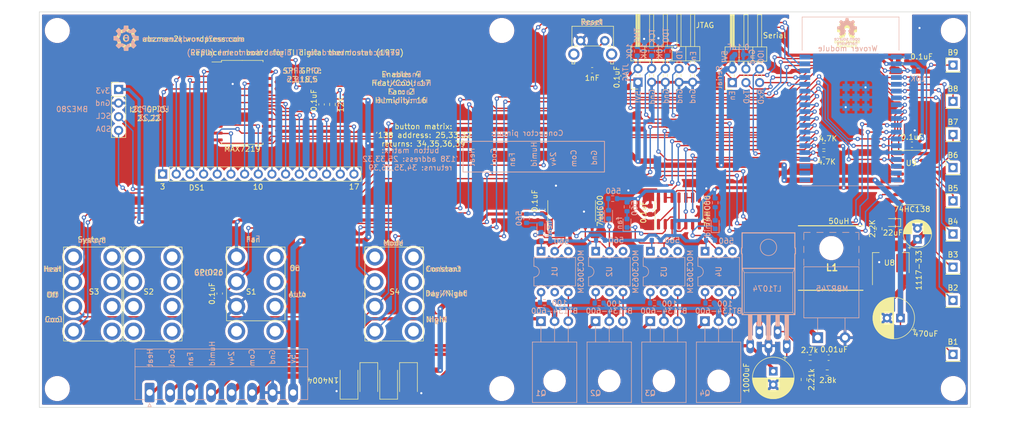
<source format=kicad_pcb>
(kicad_pcb (version 20211014) (generator pcbnew)
  (layers (0 "F.Cu" signal) (31 "B.Cu" signal) (34 "B.Paste" user) (35 "F.Paste" user) (36 "B.SilkS" user "B.Silkscreen") (37 "F.SilkS" user "F.Silkscreen") (38 "B.Mask" user) (39 "F.Mask" user) (44 "Edge.Cuts" user))
  (net 0 "")
  (net 1 "/ESP_IO16")
  (net 2 "/ESP_IO15")
  (net 15 "/ESP_IO13")
  (net 16 "/ESP_IO14")
  (net 17 "/ESP_IO25")
  (net 23 "/ESP_IO26")
  (net 24 "/ESP_IO27")
  (net 25 "/ESP_IO32")
  (net 30 "+5V")
  (net 31 "GND")
  (net 32 "Net-(C2-Pad2)")
  (net 33 "/ESP_IO39")
  (net 34 "/ESP_IO36")
  (net 35 "/ESP_IO35")
  (net 36 "/ESP_EN")
  (net 37 "/Heat")
  (net 38 "/Hot")
  (net 39 "Net-(Q1-Pad3)")
  (net 40 "/Cool")
  (net 41 "Net-(Q2-Pad3)")
  (net 42 "/Fan")
  (net 43 "Net-(Q3-Pad3)")
  (net 44 "/Humid")
  (net 45 "Net-(Q4-Pad3)")
  (net 46 "/ESP_IO33")
  (net 47 "/ESP_IO34")
  (net 48 "Net-(D1-Pad2)")
  (net 49 "Net-(U1-Pad2)")
  (net 58 "Net-(R1-Pad1)")
  (net 59 "Net-(R2-Pad2)")
  (net 60 "Net-(R3-Pad1)")
  (net 61 "Net-(R4-Pad2)")
  (net 62 "Net-(R5-Pad1)")
  (net 63 "Net-(R6-Pad2)")
  (net 64 "Net-(R7-Pad1)")
  (net 65 "Net-(R8-Pad2)")
  (net 66 "Net-(U2-Pad2)")
  (net 67 "Net-(D2-Pad2)")
  (net 68 "Net-(U3-Pad2)")
  (net 69 "Net-(D3-Pad2)")
  (net 70 "Net-(U4-Pad2)")
  (net 71 "Net-(D4-Pad2)")
  (net 72 "Net-(D5-Pad2)")
  (net 73 "/ESP_IO12")
  (net 80 "/ESP_IO2")
  (net 81 "/ESP_IO0")
  (net 82 "/ESP_IO4")
  (net 83 "/ESP_IO17")
  (net 84 "/ESP_IO5")
  (net 85 "/ESP_IO18")
  (net 86 "/ESP_IO19")
  (net 88 "/ESP_IO21")
  (net 89 "/ESP_IO3")
  (net 90 "/ESP_IO1")
  (net 91 "/ESP_IO22")
  (net 92 "/ESP_IO23")
  (net 93 "+3V3")
  (net 94 "Net-(U5-Pad8)")
  (net 95 "Net-(U5-Pad11)")
  (net 96 "/D1")
  (net 97 "/D5")
  (net 98 "/D7")
  (net 99 "/D3")
  (net 100 "/D4")
  (net 101 "/D8")
  (net 102 "/D6")
  (net 103 "/D2")
  (net 104 "/A")
  (net 105 "/F")
  (net 106 "/B")
  (net 107 "/G")
  (net 108 "/C")
  (net 109 "/E")
  (net 110 "/DP")
  (net 111 "/D")
  (net 113 "Net-(B1-Pad1)")
  (net 114 "Net-(B3-Pad1)")
  (net 115 "Net-(B5-Pad1)")
  (net 116 "Net-(B7-Pad1)")
  (net 117 "Net-(B9-Pad1)")
  (net 119 "/common")
  (net 120 "Net-(U7-Pad1)")
  (net 121 "Net-(U7-Pad11)")
  (net 122 "+24V")
  (net 123 "Net-(C17-Pad1)")
  (net 124 "Net-(D10-Pad1)")
  (net 125 "Net-(IC2-Pad1)")
  (net 126 "Net-(IC2-Pad2)")
  (net 127 "/switchScan")
  (footprint "Capacitor_THT:CP_Radial_D7.5mm_P2.50mm" (layer "F.Cu") (at 186.309 121.139606 -90)
    (fp_text reference "C16" hide)
    (fp_text value "1000uF")
  )
  (footprint "Connector_PinHeader_2.54mm:PinHeader_1x01_P2.54mm_Vertical" (layer "F.Cu") (at 219.71 118)
    (fp_text reference "B1")
    (fp_text value "PinHeader_1x01_P2.54mm_Vertical")
  )
  (footprint "Connector_PinHeader_2.54mm:PinHeader_1x01_P2.54mm_Vertical" (layer "F.Cu") (at 219.71 64.175)
    (fp_text reference "B9")
    (fp_text value "PinHeader_1x01_P2.54mm_Vertical")
  )
  (footprint "Diode_SMD:D_SMA" (layer "F.Cu") (at 111.153489 122.939511 -90)
    (fp_text reference "D9" hide)
    (fp_text value "1N4004")
  )
  (footprint "Package_SO:SOP-24_7.5x15.4mm_P1.27mm" (layer "F.Cu") (at 87.63 71.12)
    (fp_text reference "U6" hide)
    (fp_text value "MAX7219")
  )
  (footprint "Resistor_SMD:R_0603_1608Metric" (layer "F.Cu") (at 195.707 79.248 180)
    (fp_text reference "R24" hide)
    (fp_text value "4.7K")
  )
  (footprint "Resistor_SMD:R_0603_1608Metric" (layer "F.Cu") (at 192.024 122.682 -90)
    (fp_text reference "R27" hide)
    (fp_text value "2.21k")
  )
  (footprint "Evan's misc parts:TI Thermostat S2-3-4" (layer "F.Cu") (at 59.852 106.77)
    (fp_text reference "S3")
    (fp_text value "TI Thermostat S2-3-4")
  )
  (footprint "Connector_PinHeader_2.54mm:PinHeader_2x05_P2.54mm_Horizontal" (layer "F.Cu") (at 161.168 67.372 90)
    (fp_text reference "J4" hide)
    (fp_text value "Conn_02x05_Odd_Even")
  )
  (footprint "Connector_PinHeader_2.54mm:PinHeader_1x01_P2.54mm_Vertical" (layer "F.Cu") (at 219.71 83.27)
    (fp_text reference "B6")
    (fp_text value "PinHeader_1x01_P2.54mm_Vertical")
  )
  (footprint "Capacitor_SMD:C_0603_1608Metric" (layer "F.Cu") (at 83.439 106.68 -90)
    (fp_text reference "C8" hide)
    (fp_text value "0.1uF")
  )
  (footprint "Diode_SMD:D_SMA" (layer "F.Cu") (at 107.470489 122.939511 90)
    (fp_text reference "D7" hide)
    (fp_text value "1N4004")
  )
  (footprint "Evan's misc parts:INDPM120120X805N" (layer "F.Cu") (at 196.977 100.076)
    (fp_text reference "L1")
    (fp_text value "MSS1278H-473KED" hide)
  )
  (footprint "Connector_PinHeader_2.54mm:PinHeader_1x15_P2.54mm_Vertical" (layer "F.Cu") (at 72.827 84.45 90)
    (fp_text reference "DS1")
    (fp_text value "PinHeader_1x15_P2.54mm_Vertical")
  )
  (footprint "Capacitor_THT:CP_Radial_D5.0mm_P2.00mm" (layer "F.Cu") (at 213.106 96.586113 90)
    (fp_text reference "C5" hide)
    (fp_text value "22uF")
  )
  (footprint "Evan's misc parts:MountingHole_TI_Thermostat" (layer "F.Cu") (at 53.257 124.36)
    (fp_text reference "REF4" hide)
    (fp_text value "MountingHole_TI_Thermostat")
  )
  (footprint "Package_SO:SOIC-14_3.9x8.7mm_P1.27mm" (layer "F.Cu") (at 168.783 91.313 90)
    (fp_text reference "U5" hide)
    (fp_text value "74HC00")
  )
  (footprint "Resistor_SMD:R_0603_1608Metric" (layer "F.Cu") (at 196.342 121.412 180)
    (fp_text reference "R26" hide)
    (fp_text value "2.8k")
  )
  (footprint "Connector_PinHeader_2.54mm:PinHeader_1x01_P2.54mm_Vertical" (layer "F.Cu") (at 219.71 107.95)
    (fp_text reference "B2")
    (fp_text value "PinHeader_1x01_P2.54mm_Vertical")
  )
  (footprint "LED_SMD:LED_0603_1608Metric" (layer "F.Cu") (at 208.5085 93.472 180)
    (fp_text reference "D5" hide)
    (fp_text value "RED LED" hide)
  )
  (footprint "Connector_PinHeader_2.54mm:PinHeader_1x01_P2.54mm_Vertical" (layer "F.Cu") (at 219.71 89.44)
    (fp_text reference "B5")
    (fp_text value "PinHeader_1x01_P2.54mm_Vertical")
  )
  (footprint "Capacitor_SMD:C_0603_1608Metric" (layer "F.Cu") (at 152.654 65.151)
    (fp_text reference "C9" hide)
    (fp_text value "1nF")
  )
  (footprint "Evan's misc parts:Evan Logo" (layer "F.Cu") (at 66.04 59.182)
    (fp_text reference "G***" hide)
    (fp_text value "LOGO" hide)
  )
  (footprint "Evan's misc parts:MountingHole_TI_Thermostat" (layer "F.Cu") (at 219.767 57.74)
    (fp_text reference "REF3" hide)
    (fp_text value "MountingHole_TI_Thermostat")
  )
  (footprint "Package_SO:SOIC-14_3.9x8.7mm_P1.27mm" (layer "F.Cu") (at 148.844 91.313 90)
    (fp_text reference "U7" hide)
    (fp_text value "74HC00")
  )
  (footprint "Diode_SMD:D_SMA" (layer "F.Cu") (at 118.519489 122.939511 -90)
    (fp_text reference "D8" hide)
    (fp_text value "1N4004")
  )
  (footprint "Capacitor_SMD:C_0603_1608Metric" (layer "F.Cu") (at 102.362 71.501 -90)
    (fp_text reference "C2" hide)
    (fp_text value "0.1uF")
  )
  (footprint "Capacitor_SMD:C_0603_1608Metric" (layer "F.Cu") (at 163.449 91.186 90)
    (fp_text reference "C1" hide)
    (fp_text value "0.1uF")
  )
  (footprint "Package_TO_SOT_SMD:SOT-223-3_TabPin2" (layer "F.Cu") (at 208.153 100.965 90)
    (fp_text reference "U8")
    (fp_text value "LD1117S33TR_SOT223")
  )
  (footprint "Connector_PinHeader_2.54mm:PinHeader_2x03_P2.54mm_Horizontal" (layer "F.Cu") (at 178.689 67.437 90)
    (fp_text reference "J5" hide)
    (fp_text value "Conn_02x03_Odd_Even")
  )
  (footprint "Resistor_SMD:R_0603_1608Metric" (layer "F.Cu") (at 104.394 71.501 -90)
    (fp_text reference "R9" hide)
    (fp_text value "12K")
  )
  (footprint "Evan's misc parts:TI Thermostat S1" (layer "F.Cu") (at 90.142 106.77)
    (fp_text reference "S1")
    (fp_text value "TI Thermostat S1")
  )
  (footprint "Connector_PinHeader_2.54mm:PinHeader_1x04_P2.54mm_Vertical" (layer "F.Cu") (at 64.643 68.707)
    (fp_text reference "J1" hide)
    (fp_text value "bme280")
  )
  (footprint "Evan's misc parts:MountingHole_TI_Thermostat" (layer "F.Cu") (at 219.767 124.36)
    (fp_text reference "REF6" hide)
    (fp_text value "MountingHole_TI_Thermostat")
  )
  (footprint "Evan's misc parts:MountingHole_TI_Thermostat" (layer "F.Cu") (at 53.257 57.74)
    (fp_text reference "REF1" hide)
    (fp_text value "MountingHole_TI_Thermostat")
  )
  (footprint "Capacitor_SMD:C_0603_1608Metric" (layer "F.Cu") (at 212.09 78.994 180)
    (fp_text reference "C15" hide)
    (fp_text value "0.1uF")
  )
  (footprint "Resistor_SMD:R_0603_1608Metric" (layer "F.Cu") (at 205.994 94.615 90)
    (fp_text reference "R15" hide)
    (fp_text value "2.2K")
  )
  (footprint "Resistor_SMD:R_0603_1608Metric" (layer "F.Cu") (at 193.167 118.618)
    (fp_text reference "R25" hide)
    (fp_text value "2.7k")
  )
  (footprint "Capacitor_THT:CP_Radial_D7.5mm_P2.50mm" (layer "F.Cu") (at 209.949395 111.252 180)
    (fp_text reference "C18" hide)
    (fp_text value "470uF")
  )
  (footprint "Button_Switch_THT:SW_Tactile_SPST_Angled_PTS645Vx39-2LFS" (layer "F.Cu") (at 150.506 59.6565)
    (fp_text reference "SW1" hide)
    (fp_text value "SW_Push")
  )
  (footprint "Resistor_SMD:R_0603_1608Metric" (layer "F.Cu") (at 195.707 80.772 180)
    (fp_text reference "R14" hide)
    (fp_text value "4.7K")
  )
  (footprint "Evan's misc parts:OSHW gear" (layer "F.Cu") (at 200.025 58.42)
    (fp_text reference "G***" hide)
    (fp_text value "LOGO" hide)
  )
  (footprint "Evan's misc parts:TI Thermostat S2-3-4" (layer "F.Cu") (at 115.852 106.77)
    (fp_text reference "S4")
    (fp_text value "TI Thermostat S2-3-4")
  )
  (footprint "Capacitor_SMD:C_0603_1608Metric" (layer "F.Cu") (at 210.312 63.5)
    (fp_text reference "C11" hide)
    (fp_text value "0.1uF")
  )
  (footprint "Diode_SMD:D_SMA" (layer "F.Cu") (at 114.836489 122.939511 90)
    (fp_text reference "D6" hide)
    (fp_text value "1N4004")
  )
  (footprint "Connector_PinHeader_2.54mm:PinHeader_1x01_P2.54mm_Vertical" (layer "F.Cu") (at 219.71 101.78)
    (fp_text reference "B3")
    (fp_text value "PinHeader_1x01_P2.54mm_Vertical")
  )
  (footprint "Connector_PinHeader_2.54mm:PinHeader_1x01_P2.54mm_Vertical" (layer "F.Cu") (at 219.71 70.93)
    (fp_text reference "B8")
    (fp_text value "PinHeader_1x01_P2.54mm_Vertical")
  )
  (footprint "Evan's misc parts:TI Thermostat S2-3-4" (layer "F.Cu") (at 71.002 106.77)
    (fp_text reference "S2")
    (fp_text value "TI Thermostat S2-3-4")
  )
  (footprint "Capacitor_SMD:C_0603_1608Metric" (layer "F.Cu") (at 143.383 91.059 90)
    (fp_text reference "C3" hide)
    (fp_text value "0.1uF")
  )
  (footprint "Connector_PinHeader_2.54mm:PinHeader_1x01_P2.54mm_Vertical" (layer "F.Cu") (at 219.71 95.61)
    (fp_text reference "B4")
    (fp_text value "PinHeader_1x01_P2.54mm_Vertical")
  )
  (footprint "Evan's misc parts:MountingHole_TI_Thermostat" (layer "F.Cu") (at 135.857 57.74)
    (fp_text reference "REF2" hide)
    (fp_text value "MountingHole_TI_Thermostat")
  )
  (footprint "Capacitor_SMD:C_0603_1608Metric" (layer "F.Cu") (at 196.596 118.618)
    (fp_text reference "C17" hide)
    (fp_text value "0.01uF")
  )
  (footprint "Connector_PinHeader_2.54mm:PinHeader_1x01_P2.54mm_Vertical" (layer "F.Cu") (at 219.71 77.1)
    (fp_text reference "B7")
    (fp_text value "PinHeader_1x01_P2.54mm_Vertical")
  )
  (footprint "Package_SO:SOIC-16_3.9x9.9mm_P1.27mm" (layer "F.Cu") (at 212.09 85.09)
    (fp_text reference "U9")
    (fp_text value "74HC138")
  )
  (footprint "Evan's misc parts:MountingHole_TI_Thermostat" (layer "F.Cu") (at 135.857 124.36)
    (fp_text reference "REF5" hide)
    (fp_text value "MountingHole_TI_Thermostat")
  )
  (footprint "Capacitor_SMD:C_0603_1608Metric" (layer "F.Cu") (at 158.496 66.167 90)
    (fp_text reference "C10" hide)
    (fp_text value "0.1uF")
  )
  (footprint "LED_SMD:LED_0603_1608Metric" (layer "B.Cu") (at 159.131 93.599 90)
    (fp_text reference "D3" hide)
    (fp_text value "fan")
  )
  (footprint "Package_TO_SOT_THT:TO-126-3_Horizontal_TabDown" (layer "B.Cu") (at 173.609 111.822)
    (fp_text reference "Q4")
    (fp_text value "BT134-600")
  )
  (footprint "Resistor_SMD:R_0603_1608Metric" (layer "B.Cu") (at 159.131 90.551 90)
    (fp_text reference "R12" hide)
    (fp_text value "560")
  )
  (footprint "Package_TO_SOT_THT:TO-126-3_Horizontal_TabDown" (layer "B.Cu") (at 143.129 111.822)
    (fp_text reference "Q1")
    (fp_text value "BT134-600")
  )
  (footprint "Evan's misc parts:OSHW gear" (layer "B.Cu") (at 200.025 57.912 180)
    (fp_text reference "G***" hide)
    (fp_text value "LOGO" hide)
  )
  (footprint "LED_SMD:LED_0603_1608Metric" (layer "B.Cu") (at 155.702 91.9735 90)
    (fp_text reference "D2" hide)
    (fp_text value "cool")
  )
  (footprint "Capacitor_SMD:C_0603_1608Metric" (layer "B.Cu") (at 179.959 62.23)
    (fp_text reference "C14" hide)
    (fp_text value "0.1uF")
  )
  (footprint "Package_DIP:DIP-6_W7.62mm" (layer "B.Cu") (at 143.155 98.806 -90)
    (fp_text reference "U1")
    (fp_text value "MOC3063M")
  )
  (footprint "Evan's misc parts:TO220_5L" (layer "B.Cu") (at 185.42 95.297 180)
    (fp_text reference "IC2" hide)
    (fp_text value "LT1074CT")
  )
  (footprint "LED_SMD:LED_0603_1608Metric" (layer "B.Cu") (at 143.129 94.488 90)
    (fp_text reference "D1" hide)
    (fp_text value "heat")
  )
  (footprint "Evan's misc parts:ESP32WROVEREM213EH6464PH3Q0" (layer "B.Cu") (at 200.676 70.934 180)
    (fp_text reference "IC1" hide)
    (fp_text value "ESP32-WROVER-E_M213EH6464PH3Q0_" hide)
  )
  (footprint "Resistor_SMD:R_0603_1608Metric" (layer "B.Cu") (at 140.462 92.71 90)
    (fp_text reference "R10" hide)
    (fp_text value "560")
  )
  (footprint "Resistor_SMD:R_0603_1608Metric" (layer "B.Cu") (at 143.79 108.331)
    (fp_text reference "R1" hide)
    (fp_text value "100")
  )
  (footprint "Package_DIP:DIP-6_W7.62mm" (layer "B.Cu") (at 173.635 98.806 -90)
    (fp_text reference "U4")
    (fp_text value "MOC3063M" hide)
  )
  (footprint "Package_DIP:DIP-6_W7.62mm" (layer "B.Cu") (at 163.475 98.806 -90)
    (fp_text reference "U3")
    (fp_text value "MOC3063M")
  )
  (footprint "Package_DIP:DIP-6_W7.62mm" (layer "B.Cu") (at 153.315 98.806 -90)
    (fp_text reference "U2")
    (fp_text value "MOC3063M")
  )
  (footprint "Package_TO_SOT_THT:TO-126-3_Horizontal_TabDown" (layer "B.Cu") (at 163.449 111.822)
    (fp_text reference "Q3")
    (fp_text value "BT134-600")
  )
  (footprint "Resistor_SMD:R_0603_1608Metric" (layer "B.Cu") (at 161.036 61.595 90)
    (fp_text reference "R20" hide)
    (fp_text value "10K")
  )
  (footprint "Evan's misc parts:Evan Logo" (layer "B.Cu") (at 66.04 59.182 180)
    (fp_text reference "G***" hide)
    (fp_text value "LOGO" hide)
  )
  (footprint "Resistor_SMD:R_0603_1608Metric" (layer "B.Cu") (at 174.651 96.774 180)
    (fp_text reference "R8" hide)
    (fp_text value "560")
  )
  (footprint "Package_TO_SOT_THT:TO-220-2_Horizontal_TabUp" (layer "B.Cu") (at 194.564 114.894)
    (fp_text reference "D10" hide)
    (fp_text value "MBR745")
  )
  (footprint "Connector_Phoenix_MC:PhoenixContact_MC_1,5_8-G-3.81_1x08_P3.81mm_Horizontal" (layer "B.Cu") (at 70.413 125.1065)
    (fp_text reference "J6" hide)
    (fp_text value "Conn_01x08" hide)
  )
  (footprint "LED_SMD:LED_0603_1608Metric" (layer "B.Cu") (at 175.514 93.853 90)
    (fp_text reference "D4" hide)
    (fp_text value "humid")
  )
  (footprint "Resistor_SMD:R_0603_1608Metric" (layer "B.Cu") (at 166.624 61.595 90)
    (fp_text reference "R23" hide)
    (fp_text value "10K")
  )
  (footprint "Resistor_SMD:R_0603_1608Metric" (layer "B.Cu") (at 163.703 61.595 90)
    (fp_text reference "R22" hide)
    (fp_text value "10K")
  )
  (footprint "Resistor_SMD:R_0603_1608Metric" (layer "B.Cu") (at 153.95 108.458)
    (fp_text reference "R3" hide)
    (fp_text value "100")
  )
  (footprint "Resistor_SMD:R_0603_1608Metric" (layer "B.Cu") (at 174.524 108.458)
    (fp_text reference "R7" hide)
    (fp_text value "100")
  )
  (footprint "Resistor_SMD:R_0603_1608Metric" (layer "B.Cu") (at 156.464 89.027)
    (fp_text reference "R11" hide)
    (fp_text value "560")
  )
  (footprint "Package_TO_SOT_THT:TO-126-3_Horizontal_TabDown" (layer "B.Cu") (at 153.289 111.822)
    (fp_text reference "Q2")
    (fp_text value "BT134-600")
  )
  (footprint "Resistor_SMD:R_0603_1608Metric" (layer "B.Cu") (at 144.044 96.901 180)
    (fp_text reference "R2" hide)
    (fp_text value "560")
  )
  (footprint "Resistor_SMD:R_0603_1608Metric" (layer "B.Cu") (at 154.204 96.774 180)
    (fp_text reference "R4" hide)
    (fp_text value "560")
  )
  (footprint "Resistor_SMD:R_0603_1608Metric" (layer "B.Cu") (at 164.555 96.774 180)
    (fp_text reference "R6" hide)
    (fp_text value "560")
  )
  (footprint "Resistor_SMD:R_0603_1608Metric" (layer "B.Cu") (at 164.237 108.458)
    (fp_text reference "R5" hide)
    (fp_text value "100")
  )
  (footprint "Resistor_SMD:R_0603_1608Metric" (layer "B.Cu") (at 175.514 89.789 90)
    (fp_text reference "R13" hide)
    (fp_text value "560")
  )
  (footprint "Resistor_SMD:R_0603_1608Metric" (layer "B.Cu") (at 213.233 65.278 180)
    (fp_text reference "R18" hide)
    (fp_text value "10K")
  )
  (gr_rect (start 154.94 84.074) (end 128.651 78.359) (layer "B.SilkS") (width 0.15) (fill none))
  (gr_line locked (start 49.917 54.28) (end 222.9545 54.28) (layer "Edge.Cuts") (width 0.1))
  (gr_line locked (start 222.9545 54.28) (end 222.9545 127.87) (layer "Edge.Cuts") (width 0.1))
  (gr_line locked (start 49.917 54.28) (end 49.917 127.87) (layer "Edge.Cuts") (width 0.1))
  (gr_line locked (start 222.9545 127.87) (end 49.917 127.87) (layer "Edge.Cuts") (width 0.1))
  (gr_text "IO0" (at 184.023 62.611 90) (layer "B.SilkS") (effects (font (size 1 1)) (justify mirror)))
  (gr_text "I2C GPIO:\n21,22" (at 70.485 73.152) (layer "B.SilkS") (effects (font (size 1 1)) (justify mirror)))
  (gr_text "Cool" (at 52.578 111.506) (layer "B.SilkS") (effects (font (size 1 1)) (justify mirror)))
  (gr_text "Gnd" (at 93.218 118.491 90) (layer "B.SilkS") (effects (font (size 1 1)) (justify mirror)))
  (gr_text "Wrover module" (at 200.152 61.087) (layer "B.SilkS") (effects (font (size 1 1)) (justify mirror)))
  (gr_text "Com" (at 149.225 81.534 90) (layer "B.SilkS") (effects (font (size 1 1)) (justify mirror)))
  (gr_text "Connector pinout:" (at 140.589 76.835) (layer "B.SilkS") (effects (font (size 1 1)) (justify mirror)))
  (gr_text "Heat" (at 52.451 102.108) (layer "B.SilkS") (effects (font (size 1 1)) (justify mirror)))
  (gr_text "Heat" (at 70.485 118.618 90) (layer "B.SilkS") (effects (font (size 1 1)) (justify mirror)))
  (gr_text "Constant" (at 125.095 102.108) (layer "B.SilkS") (effects (font (size 1 1)) (justify mirror)))
  (gr_text "button matrix:\n'138 address: 25,33,32\nreturns: 34,35,36,39" (at 118.872 81.661) (layer "B.SilkS") (effects (font (size 1 1)) (justify mirror)))
  (gr_text "GPIO26" (at 81.407 102.87) (layer "B.SilkS") (effects (font (size 1 1)) (justify mirror)))
  (gr_text "On" (at 97.409 101.981) (layer "B.SilkS") (effects (font (size 1 1)) (justify mirror)))
  (gr_text "Day/Night" (at 125.73 106.68) (layer "B.SilkS") (effects (font (size 1 1)) (justify mirror)))
  (gr_text "SPI GPIO:\n23,18,5" (at 98.679 66.04) (layer "B.SilkS") (effects (font (size 1 1)) (justify mirror)))
  (gr_text "BME280" (at 56.007 72.39) (layer "B.SilkS") (effects (font (size 1 1)) (justify mirror)))
  (gr_text "Gnd" (at 153.035 81.407 90) (layer "B.SilkS") (effects (font (size 1 1)) (justify mirror)))
  (gr_text "5V!" (at 177.292 62.611 90) (layer "B.SilkS") (effects (font (size 1 1)) (justify mirror)))
  (gr_text "Gnd" (at 168.91 69.977 90) (layer "B.SilkS") (effects (font (size 1 1)) (justify mirror)))
  (gr_text "TxD" (at 181.356 70.104 90) (layer "B.SilkS") (effects (font (size 1 1)) (justify mirror)))
  (gr_text "RxD" (at 184.023 70.104 90) (layer "B.SilkS") (effects (font (size 1 1)) (justify mirror)))
  (gr_text "Heat" (at 130.302 81.28 90) (layer "B.SilkS") (effects (font (size 1 1)) (justify mirror)))
  (gr_text "Fan" (at 77.978 118.872 90) (layer "B.SilkS") (effects (font (size 1 1)) (justify mirror)))
  (gr_text "MBR745" (at 197.231 105.791) (layer "B.SilkS") (effects (font (size 1 1)) (justify mirror)))
  (gr_text "Com" (at 89.408 118.618 90) (layer "B.SilkS") (effects (font (size 1 1)) (justify mirror)))
  (gr_text "Gnd" (at 166.37 69.977 90) (layer "B.SilkS") (effects (font (size 1 1)) (justify mirror)))
  (gr_text "TDI" (at 168.91 62.484 90) (layer "B.SilkS") (effects (font (size 1 1)) (justify mirror)))
  (gr_text "Fan" (at 89.662 96.52) (layer "B.SilkS") (effects (font (size 1 1)) (justify mirror)))
  (gr_text "TCK" (at 163.83 58.801 90) (layer "B.SilkS") (effects (font (size 1 1)) (justify mirror)))
  (gr_text "Mode" (at 115.697 97.282) (layer "B.SilkS") (effects (font (size 1 1)) (justify mirror)))
  (gr_text "Gnd" (at 61.722 71.247) (layer "B.SilkS") (effects (font (size 1 1)) (justify mirror)))
  (gr_text "Replacement board for TI digital thermostat (1979)" (at 97.155 61.849) (layer "B.SilkS") (effects (font (size 1 1)) (justify mirror)))
  (gr_text "LT1074" (at 185.166 105.791) (layer "B.SilkS") (effects (font (size 1 1)) (justify mirror)))
  (gr_text "Reset" (at 152.654 56.261) (layer "B.SilkS") (effects (font (size 1 1)) (justify mirror)))
  (gr_text "abzman2k.wordpress.com" (at 78.486 59.309) (layer "B.SilkS") (effects (font (size 1 1)) (justify mirror)))
  (gr_text "5V!" (at 161.163 70.104 90) (layer "B.SilkS") (effects (font (size 1 1)) (justify mirror)))
  (gr_text "24v" (at 85.598 118.745 90) (layer "B.SilkS") (effects (font (size 1 1)) (justify mirror)))
  (gr_text "Cool" (at 134.366 81.28 90) (layer "B.SilkS") (effects (font (size 1 1)) (justify mirror)))
  (gr_text "5v" (at 97.028 118.872 90) (layer "B.SilkS") (effects (font (size 1 1)) (justify mirror)))
  (gr_text "System" (at 59.69 96.774) (layer "B.SilkS") (effects (font (size 1 1)) (justify mirror)))
  (gr_text "Night" (at 123.825 111.506) (layer "B.SilkS") (effects (font (size 1 1)) (justify mirror)))
  (gr_text "JTAG" (at 158.877 65.532 90) (layer "B.SilkS") (effects (font (size 1 1)) (justify mirror)))
  (gr_text "Humid" (at 141.859 80.772 90) (layer "B.SilkS") (effects (font (size 1 1)) (justify mirror)))
  (gr_text "Cool" (at 74.549 118.618 90) (layer "B.SilkS") (effects (font (size 1 1)) (justify mirror)))
  (gr_text "Gnd" (at 163.83 70.104 90) (layer "B.SilkS") (effects (font (size 1 1)) (justify mirror)))
  (gr_text "Gnd" (at 182.372 62.611 90) (layer "B.SilkS") (effects (font (size 1 1)) (justify mirror)))
  (gr_text "Humid" (at 82.042 117.856 90) (layer "B.SilkS") (effects (font (size 1 1)) (justify mirror)))
  (gr_text "Off" (at 52.451 106.934) (layer "B.SilkS") (effects (font (size 1 1)) (justify mirror)))
  (gr_text "Enable: 4\nHeat/Cool: 17\nFan: 2\nHumidity: 16" (at 117.348 68.326) (layer "B.SilkS") (effects (font (size 1 1)) (justify mirror)))
  (gr_text "Fan" (at 137.795 81.788 90) (layer "B.SilkS") (effects (font (size 1 1)) (justify mirror)))
  (gr_text "SCL" (at 61.849 73.66) (layer "B.SilkS") (effects (font (size 1 1)) (justify mirror)))
  (gr_text "SDA" (at 61.849 76.073) (layer "B.SilkS") (effects (font (size 1 1)) (justify mirror)))
  (gr_text "TDO" (at 166.37 58.674 90) (layer "B.SilkS") (effects (font (size 1 1)) (justify mirror)))
  (gr_text "Gnd" (at 171.323 69.977 90) (layer "B.SilkS") (effects (font (size 1 1)) (justify mirror)))
  (gr_text "3v3" (at 61.722 68.961) (layer "B.SilkS") (effects (font (size 1 1)) (justify mirror)))
  (gr_text "TMS" (at 161.036 58.674 90) (layer "B.SilkS") (effects (font (size 1 1)) (justify mirror)))
  (gr_text "En" (at 178.689 69.85 90) (layer "B.SilkS") (effects (font (size 1 1)) (justify mirror)))
  (gr_text "En" (at 171.45 62.484 90) (layer "B.SilkS") (effects (font (size 1 1)) (justify mirror)))
  (gr_text "Serial" (at 176.276 66.421 90) (layer "B.SilkS") (effects (font (size 1 1)) (justify mirror)))
  (gr_text "24v" (at 145.415 81.661 90) (layer "B.SilkS") (effects (font (size 1 1)) (justify mirror)))
  (gr_text "Auto" (at 97.788618 106.887562) (layer "B.SilkS") (effects (font (size 1 1)) (justify mirror)))
  (gr_text "Heat" (at 52.324 102.108) (layer "F.SilkS") (effects (font (size 1 1))))
  (gr_text "Auto" (at 97.917 106.807) (layer "F.SilkS") (effects (font (size 1 1))))
  (gr_text "On" (at 97.409 101.981) (layer "F.SilkS") (effects (font (size 1 1))))
  (gr_text "10" (at 90.567 86.85) (layer "F.SilkS") (effects (font (size 1 1))))
  (gr_text "GPIO26" (at 81.407 102.743) (layer "F.SilkS") (effects (font (size 1 1))))
  (gr_text "button matrix:\n'138 address: 25,33,32\nreturns: 34,35,36,39" (at 121.285 77.216) (layer "F.SilkS") (effects (font (size 1 1))))
  (gr_text "Fan" (at 89.662 96.647) (layer "F.SilkS") (effects (font (size 1 1))))
  (gr_text "Constant" (at 124.968 102.108) (layer "F.SilkS") (effects (font (size 1 1))))
  (gr_text "I2C GPIO:\n21,22" (at 70.231 73.279) (layer "F.SilkS") (effects (font (size 1 1))))
  (gr_text "System" (at 59.69 96.647) (layer "F.SilkS") (effects (font (size 1 1))))
  (gr_text "Cool" (at 52.578 111.506) (layer "F.SilkS") (effects (font (size 1 1))))
  (gr_text "50uH" (at 198.501 93.218) (layer "F.SilkS") (effects (font (size 1 1))))
  (gr_text "1N4004" (at 102.644489 122.812511 180) (layer "F.SilkS") (effects (font (size 1 1))))
  (gr_text "Replacement board for TI digital thermostat (1979)" (at 97.79 61.849) (layer "F.SilkS") (effects (font (size 1 1))))
  (gr_text "Enable: 4\nHeat/Cool: 17\nFan: 2\nHumidity: 16" (at 117.094 68.326) (layer "F.SilkS") (effects (font (size 1 1))))
  (gr_text "SPI GPIO:\n23,18,5" (at 98.806 66.04) (layer "F.SilkS") (effects (font (size 1 1))))
  (gr_text "Night" (at 123.698 111.506) (layer "F.SilkS") (effects (font (size 1 1))))
  (gr_text "abzman2k.wordpress.com" (at 78.613 59.309) (layer "F.SilkS") (effects (font (size 1 1))))
  (gr_text "Day/Night" (at 125.476 106.68) (layer "F.SilkS") (effects (font (size 1 1))))
  (gr_text "Reset" (at 152.527 56.134) (layer "F.SilkS") (effects (font (size 1 1))))
  (gr_text "Off" (at 52.324 106.934) (layer "F.SilkS") (effects (font (size 1 1))))
  (gr_text "1117-3.3" (at 213.36 102.362 90) (layer "F.SilkS") (effects (font (size 1 1))))
  (gr_text "3" (at 72.827 86.8) (layer "F.SilkS") (effects (font (size 1 1))))
  (gr_text "17" (at 108.417 86.81) (layer "F.SilkS") (effects (font (size 1 1))))
  (gr_text "Serial" (at 186.563 58.674) (layer "F.SilkS") (effects (font (size 1 1))))
  (gr_text "Mode" (at 115.697 97.282) (layer "F.SilkS") (effects (font (size 1 1))))
  (gr_text "JTAG" (at 173.609 56.769) (layer "F.SilkS") (effects (font (size 1 1))))
  (segment (start 194.364386 76.644) (end 194.373 76.644) (width 0.25) (layer "F.Cu") (net 1))
  (segment (start 191.849897 79.158489) (end 194.364386 76.644) (width 0.25) (layer "F.Cu") (net 1))
  (segment (start 167.513 88.838) (end 167.513 87.376) (width 0.25) (layer "F.Cu") (net 1))
  (segment (start 167.513 87.376) (end 168.529 86.36) (width 0.25) (layer "F.Cu") (net 1))
  (segment (start 166.243 88.838) (end 167.513 88.838) (width 0.25) (layer "F.Cu") (net 1))
  (segment (start 168.693489 79.158489) (end 191.849897 79.158489) (width 0.25) (layer "F.Cu") (net 1))
  (via (at 194.373 76.644) (size 0.8) (drill 0.4) (layers "F.Cu" "B.Cu") (net 1))
  (via (at 168.656 86.233) (size 0.8) (drill 0.4) (layers "F.Cu" "B.Cu") (net 1))
  (via (at 168.656 79.121) (size 0.8) (drill 0.4) (layers "F.Cu" "B.Cu") (net 1))
  (segment (start 192.176 76.644) (end 194.373 76.644) (width 0.25) (layer "B.Cu") (net 1))
  (segment (start 168.656 79.121) (end 168.656 86.233) (width 0.25) (layer "B.Cu") (net 1))
  (segment (start 194.017511 81.825489) (end 166.534489 81.825489) (width 0.25) (layer "F.Cu") (net 2))
  (segment (start 166.534489 81.825489) (end 164.973 80.264) (width 0.25) (layer "F.Cu") (net 2))
  (segment (start 194.119 81.724) (end 194.017511 81.825489) (width 0.25) (layer "F.Cu") (net 2))
  (via (at 194.119 81.724) (size 0.8) (drill 0.4) (layers "F.Cu" "B.Cu") (net 2))
  (via (at 164.973 80.264) (size 0.8) (drill 0.4) (layers "F.Cu" "B.Cu") (net 2))
  (segment (start 164.882511 80.173511) (end 164.882511 66.197489) (width 0.25) (layer "B.Cu") (net 2))
  (segment (start 192.176 81.724) (end 194.119 81.724) (width 0.25) (layer "B.Cu") (net 2))
  (segment (start 164.882511 66.197489) (end 166.248 64.832) (width 0.25) (layer "B.Cu") (net 2))
  (segment (start 166.248 62.796) (end 166.624 62.42) (width 0.25) (layer "B.Cu") (net 2))
  (segment (start 164.973 80.264) (end 164.882511 80.173511) (width 0.25) (layer "B.Cu") (net 2))
  (segment (start 166.248 64.832) (end 166.248 62.796) (width 0.25) (layer "B.Cu") (net 2))
  (segment (start 189.131875 74.257511) (end 189.924193 73.465193) (width 0.25) (layer "F.Cu") (net 15))
  (segment (start 194.691 68.58) (end 194.691 68.698386) (width 0.25) (layer "F.Cu") (net 15))
  (segment (start 163.538511 74.257511) (end 189.131875 74.257511) (width 0.25) (layer "F.Cu") (net 15))
  (segment (start 162.687 73.406) (end 163.538511 74.257511) (width 0.25) (layer "F.Cu") (net 15))
  (segment (start 206.946 81.724) (end 200.343 81.724) (width 0.25) (layer "F.Cu") (net 15))
  (segment (start 194.691 68.698386) (end 189.924193 73.465193) (width 0.25) (layer "F.Cu") (net 15))
  (via (at 200.343 81.724) (size 0.8) (drill 0.4) (layers "F.Cu" "B.Cu") (net 15))
  (via (at 162.687 73.406) (size 0.8) (drill 0.4) (layers "F.Cu" "B.Cu") (net 15))
  (via (at 194.691 68.58) (size 0.8) (drill 0.4) (layers "F.Cu" "B.Cu") (net 15))
  (via (at 206.946 81.724) (size 0.8) (drill 0.4) (layers "F.Cu" "B.Cu") (net 15))
  (segment (start 209.176 81.724) (end 206.946 81.724) (width 0.25) (layer "B.Cu") (net 15))
  (segment (start 162.533489 66.006511) (end 163.708 64.832) (width 0.25) (layer "B.Cu") (net 15))
  (segment (start 162.533489 73.252489) (end 162.687 73.406) (width 0.25) (layer "B.Cu") (net 15))
  (segment (start 200.343 81.724) (end 200.343 79.303386) (width 0.25) (layer "B.Cu") (net 15))
  (segment (start 195.453 74.413386) (end 195.453 69.342) (width 0.25) (layer "B.Cu") (net 15))
  (segment (start 200.343 79.303386) (end 195.453 74.413386) (width 0.25) (layer "B.Cu") (net 15))
  (segment (start 163.708 64.832) (end 163.708 62.425) (width 0.25) (layer "B.Cu") (net 15))
  (segment (start 162.533489 66.006511) (end 162.533489 73.252489) (width 0.25) (layer "B.Cu") (net 15))
  (segment (start 163.708 62.425) (end 163.703 62.42) (width 0.25) (layer "B.Cu") (net 15))
  (segment (start 195.453 69.342) (end 194.691 68.58) (width 0.25) (layer "B.Cu") (net 15))
  (segment (start 206.947 77.914) (end 201.994 77.914) (width 0.25) (layer "F.Cu") (net 16))
  (segment (start 188.967386 72.136) (end 159.766 72.136) (width 0.25) (layer "F.Cu") (net 16))
  (segment (start 194.809386 66.294) (end 188.967386 72.136) (width 0.25) (layer "F.Cu") (net 16))
  (segment (start 194.818 66.294) (end 194.809386 66.294) (width 0.25) (layer "F.Cu") (net 16))
  (via (at 159.766 72.136) (size 0.8) (drill 0.4) (layers "F.Cu" "B.Cu") (net 16))
  (via (at 194.818 66.294) (size 0.8) (drill 0.4) (layers "F.Cu" "B.Cu") (net 16))
  (via (at 206.947 77.914) (size 0.8) (drill 0.4) (layers "F.Cu" "B.Cu") (net 16))
  (via (at 201.994 77.914) (size 0.8) (drill 0.4) (layers "F.Cu" "B.Cu") (net 16))
  (segment (start 201.994 77.914) (end 200.22505 77.914) (width 0.25) (layer "B.Cu") (net 16))
  (segment (start 196.469 67.945) (end 194.818 66.294) (width 0.25) (layer "B.Cu") (net 16))
  (segment (start 159.75652 66.24348) (end 161.168 64.832) (width 0.25) (layer "B.Cu") (net 16))
  (segment (start 209.176 77.914) (end 206.947 77.914) (width 0.25) (layer "B.Cu") (net 16))
  (segment (start 159.75652 72.12652) (end 159.75652 66.24348) (width 0.25) (layer "B.Cu") (net 16))
  (segment (start 196.469 74.15795) (end 196.469 67.945) (width 0.25) (layer "B.Cu") (net 16))
  (segment (start 159.766 72.136) (end 159.75652 72.12652) (width 0.25) (layer "B.Cu") (net 16))
  (segment (start 161.168 64.832) (end 161.168 62.552) (width 0.25) (layer "B.Cu") (net 16))
  (segment (start 200.22505 77.914) (end 196.469 74.15795) (width 0.25) (layer "B.Cu") (net 16))
  (segment (start 161.168 62.552) (end 161.036 62.42) (width 0.25) (layer "B.Cu") (net 16))
  (segment (start 209.931 74.93) (end 209.931 77.089) (width 0.25) (layer "F.Cu") (net 17))
  (segment (start 209.931 77.089) (end 209.615 77.405) (width 0.25) (layer "F.Cu") (net 17))
  (segment (start 210.757 74.104) (end 209.931 74.93) (width 0.25) (layer "F.Cu") (net 17))
  (segment (start 209.615 80.645) (end 209.615 77.405) (width 0.25) (layer "F.Cu") (net 17))
  (via (at 210.757 74.104) (size 0.8) (drill 0.4) (layers "F.Cu" "B.Cu") (net 17))
  (segment (start 209.176 74.104) (end 210.757 74.104) (width 0.25) (layer "B.Cu") (net 17))
  (segment (start 164.973 83.947) (end 164.338 83.312) (width 0.25) (layer "F.Cu") (net 23))
  (segment (start 201.36352 93.40348) (end 181.79548 93.40348) (width 0.25) (layer "F.Cu") (net 23))
  (segment (start 207.265 75.184) (end 202.819 75.184) (width 0.25) (layer "F.Cu") (net 23))
  (segment (start 181.79548 93.40348) (end 180.721 92.329) (width 0.25) (layer "F.Cu") (net 23))
  (segment (start 142.872849 84.582) (end 133.096 84.582) (width 0.25) (layer "F.Cu") (net 23))
  (segment (start 207.455 75.374) (end 207.265 75.184) (width 0.25) (layer "F.Cu") (net 23))
  (segment (start 83.439 105.905) (end 85.127 105.905) (width 0.25) (layer "F.Cu") (net 23))
  (segment (start 164.338 83.312) (end 162.052 83.312) (width 0.25) (layer "F.Cu") (net 23))
  (segment (start 143.332409 84.12244) (end 142.872849 84.582) (width 0.25) (layer "F.Cu") (net 23))
  (segment (start 162.052 83.312) (end 161.24156 84.12244) (width 0.25) (layer "F.Cu") (net 23))
  (segment (start 88.773 94.488) (end 107.823 94.488) (width 0.25) (layer "F.Cu") (net 23))
  (segment (start 180.721 83.947) (end 164.973 83.947) (width 0.25) (layer "F.Cu") (net 23))
  (segment (start 132.804511 93.636489) (end 133.096 93.345) (width 0.25) (layer "F.Cu") (net 23))
  (segment (start 201.676 93.091) (end 201.36352 93.40348) (width 0.25) (layer "F.Cu") (net 23))
  (segment (start 161.24156 84.12244) (end 143.332409 84.12244) (width 0.25) (layer "F.Cu") (net 23))
  (segment (start 85.127 105.905) (end 86.557 104.475) (width 0.25) (layer "F.Cu") (net 23))
  (segment (start 108.674511 93.636489) (end 132.804511 93.636489) (width 0.25) (layer "F.Cu") (net 23))
  (segment (start 107.823 94.488) (end 108.674511 93.636489) (width 0.25) (layer "F.Cu") (net 23))
  (via (at 207.455 75.374) (size 0.8) (drill 0.4) (layers "F.Cu" "B.Cu") (net 23))
  (via (at 88.773 94.488) (size 0.8) (drill 0.4) (layers "F.Cu" "B.Cu") (net 23))
  (via (at 133.096 84.582) (size 0.8) (drill 0.4) (layers "F.Cu" "B.Cu") (net 23))
  (via (at 202.819 75.184) (size 0.8) (drill 0.4) (layers "F.Cu" "B.Cu") (net 23))
  (via (at 180.721 92.329) (size 0.8) (drill 0.4) (layers "F.Cu" "B.Cu") (net 23))
  (via (at 201.676 93.091) (size 0.8) (drill 0.4) (layers "F.Cu" "B.Cu") (net 23))
  (via (at 180.721 83.947) (size 0.8) (drill 0.4) (layers "F.Cu" "B.Cu") (net 23))
  (via (at 133.096 93.345) (size 0.8) (drill 0.4) (layers "F.Cu" "B.Cu") (net 23))
  (segment (start 86.557 104.475) (end 88.773 102.259) (width 0.25) (layer "B.Cu") (net 23))
  (segment (start 133.096 93.345) (end 133.096 84.582) (width 0.25) (layer "B.Cu") (net 23))
  (segment (start 209.176 75.374) (end 207.455 75.374) (width 0.25) (layer "B.Cu") (net 23))
  (segment (start 202.819 75.184) (end 202.819 88.138) (width 0.25) (layer "B.Cu") (net 23))
  (segment (start 201.676 89.281) (end 201.676 93.091) (width 0.25) (layer "B.Cu") (net 23))
  (segment (start 180.721 92.329) (end 180.721 83.947) (width 0.25) (layer "B.Cu") (net 23))
  (segment (start 88.773 102.259) (end 88.773 94.488) (width 0.25) (layer "B.Cu") (net 23))
  (segment (start 202.819 88.138) (end 201.676 89.281) (width 0.25) (layer "B.Cu") (net 23))
  (segment (start 207.328 76.644) (end 203.898 76.644) (width 0.25) (layer "F.Cu") (net 24))
  (segment (start 165.772489 84.746489) (end 179.540511 84.746489) (width 0.25) (layer "F.Cu") (net 24))
  (segment (start 165.497498 85.02148) (end 165.772489 84.746489) (width 0.25) (layer "F.Cu") (net 24))
  (segment (start 179.832 93.853) (end 179.578 93.599) (width 0.25) (layer "F.Cu") (net 24))
  (segment (start 143.704803 85.02148) (end 165.497498 85.02148) (width 0.25) (layer "F.Cu") (net 24))
  (segment (start 202.438 93.853) (end 179.832 93.853) (width 0.25) (layer "F.Cu") (net 24))
  (via (at 179.540511 84.746489) (size 0.8) (drill 0.4) (layers "F.Cu" "B.Cu") (net 24))
  (via (at 202.438 93.853) (size 0.8) (drill 0.4) (layers "F.Cu" "B.Cu") (net 24))
  (via (at 207.328 76.644) (size 0.8) (drill 0.4) (layers "F.Cu" "B.Cu") (net 24))
  (via (at 179.578 93.599) (size 0.8) (drill 0.4) (layers "F.Cu" "B.Cu") (net 24))
  (via (at 203.898 76.644) (size 0.8) (drill 0.4) (layers "F.Cu" "B.Cu") (net 24))
  (segment (start 209.176 76.644) (end 207.328 76.644) (width 0.25) (layer "B.Cu") (net 24))
  (segment (start 203.898 88.964) (end 202.438 90.424) (width 0.25) (layer "B.Cu") (net 24))
  (segment (start 202.438 90.424) (end 202.438 93.853) (width 0.25) (layer "B.Cu") (net 24))
  (segment (start 203.898 76.644) (end 203.898 88.964) (width 0.25) (layer "B.Cu") (net 24))
  (segment (start 179.578 93.599) (end 179.578 84.709) (width 0.25) (layer "B.Cu") (net 24))
  (segment (start 208.915 73.533) (end 208.915 76.444668) (width 0.25) (layer "F.Cu") (net 25))
  (segment (start 208.915 76.444668) (end 208.465834 76.893834) (width 0.25) (layer "F.Cu") (net 25))
  (segment (start 209.615 83.185) (end 209.238928 83.185) (width 0.25) (layer "F.Cu") (net 25))
  (segment (start 207.772 77.587668) (end 208.465834 76.893834) (width 0.25) (layer "F.Cu") (net 25))
  (segment (start 209.238928 83.185) (end 207.772 81.718072) (width 0.25) (layer "F.Cu") (net 25))
  (segment (start 210.757 71.564) (end 210.757 71.691) (width 0.25) (layer "F.Cu") (net 25))
  (segment (start 210.757 71.691) (end 208.915 73.533) (width 0.25) (layer "F.Cu") (net 25))
  (segment (start 207.772 81.718072) (end 207.772 77.587668) (width 0.25) (layer "F.Cu") (net 25))
  (via (at 210.757 71.564) (size 0.8) (drill 0.4) (layers "F.Cu" "B.Cu") (net 25))
  (segment (start 209.176 71.564) (end 210.757 71.564) (width 0.25) (layer "B.Cu") (net 25))
  (segment (start 164.338 82.042) (end 161.163 82.042) (width 1) (layer "F.Cu") (net 30))
  (segment (start 210.453 105.523) (end 210.453 104.115) (width 1) (layer "F.Cu") (net 30))
  (segment (start 167.513 82.804) (end 165.1 82.804) (width 1) (layer "F.Cu") (net 30))
  (segment (start 104.394 70.676) (end 104.394 70.485) (width 0.25) (layer "F.Cu") (net 30))
  (segment (start 158.242 79.121) (end 111.379 79.121) (width 1) (layer "F.Cu") (net 30))
  (segment (start 205.613 107.188) (end 208.788 107.188) (width 1) (layer "F.Cu") (net 30))
  (segment (start 104.394 70.485) (end 110.744 70.485) (width 0.25) (layer "F.Cu") (net 30))
  (segment (start 201.927 103.502) (end 201.927 100.076) (width 1) (layer "F.Cu") (net 30))
  (segment (start 110.744 70.485) (end 110.998 70.739) (width 0.25) (layer "F.Cu") (net 30))
  (segment (start 188.341 82.804) (end 176.657 82.804) (width 1) (layer "F.Cu") (net 30))
  (segment (start 176.657 82.804) (end 167.513 82.804) (width 1) (layer "F.Cu") (net 30))
  (segment (start 160.738 66.942) (end 161.168 67.372) (width 0.25) (layer "F.Cu") (net 30))
  (segment (start 209.949395 115.824) (end 209.949395 111.252) (width 0.25) (layer "F.Cu") (net 30))
  (segment (start 197.656511 121.901511) (end 203.871884 121.901511) (width 0.25) (layer "F.Cu") (net 30))
  (segment (start 201.927 103.502) (end 205.613 107.188) (width 1) (layer "F.Cu") (net 30))
  (segment (start 197.167 121.412) (end 197.656511 121.901511) (width 0.25) (layer "F.Cu") (net 30))
  (segment (start 158.877 66.942) (end 160.738 66.942) (width 0.25) (layer "F.Cu") (net 30))
  (segment (start 209.8675 106.1085) (end 210.453 105.523) (width 1) (layer "F.Cu") (net 30))
  (segment (start 111.379 79.121) (end 110.998 78.74) (width 1) (layer "F.Cu") (net 30))
  (segment (start 98.425 96.901) (end 110.363 96.901) (width 1) (layer "F.Cu") (net 30))
  (segment (start 209.949395 111.252) (end 209.949395 106.190395) (width 1) (layer "F.Cu") (net 30))
  (segment (start 92.28 70.485) (end 102.362 70.485) (width 0.25) (layer "F.Cu") (net 30))
  (segment (start 102.362 70.485) (end 104.394 70.485) (width 0.25) (layer "F.Cu") (net 30))
  (segment (start 203.871884 121.901511) (end 209.949395 115.824) (width 0.25) (layer "F.Cu") (net 30))
  (segment (start 102.362 70.726) (end 102.362 70.485) (width 0.25) (layer "F.Cu") (net 30))
  (segment (start 110.363 96.901) (end 111.125 96.139) (width 1) (layer "F.Cu") (net 30))
  (segment (start 165.1 82.804) (end 164.338 82.042) (width 1) (layer "F.Cu") (net 30))
  (segment (start 208.788 107.188) (end 209.8675 106.1085) (width 1) (layer "F.Cu") (net 30))
  (segment (start 205.232 85.598) (end 188.341 85.598) (width 1) (layer "F.Cu") (net 30))
  (segment (start 209.949395 106.190395) (end 209.8675 106.1085) (width 1) (layer "F.Cu") (net 30))
  (segment (start 161.163 82.042) (end 158.242 79.121) (width 1) (layer "F.Cu") (net 30))
  (via (at 188.341 85.598) (size 0.8) (drill 0.4) (layers "F.Cu" "B.Cu") (net 30))
  (via (at 188.341 82.804) (size 0.8) (drill 0.4) (layers "F.Cu" "B.Cu") (net 30))
  (via (at 110.998 70.739) (size 0.8) (drill 0.4) (layers "F.Cu" "B.Cu") (net 30))
  (via (at 110.998 78.74) (size 0.8) (drill 0.4) (layers "F.Cu" "B.Cu") (net 30))
  (via (at 161.163 82.042) (size 0.8) (drill 0.4) (layers "F.Cu" "B.Cu") (net 30))
  (via (at 111.125 96.139) (size 0.8) (drill 0.4) (layers "F.Cu" "B.Cu") (net 30))
  (via (at 205.232 85.598) (size 0.8) (drill 0.4) (layers "F.Cu" "B.Cu") (net 30))
  (via (at 176.657 82.804) (size 0.8) (drill 0.4) (layers "F.Cu" "B.Cu") (net 30))
  (via (at 98.425 96.901) (size 0.8) (drill 0.4) (layers "F.Cu" "B.Cu") (net 30))
  (segment (start 110.998 78.74) (end 110.998 70.739) (width 1) (layer "B.Cu") (net 30))
  (segment (start 111.125 96.139) (end 110.998 96.012) (width 1) (layer "B.Cu") (net 30))
  (segment (start 161.168 82.037) (end 161.168 67.372) (width 1) (layer "B.Cu") (net 30))
  (segment (start 209.949395 111.252) (end 209.949395 90.315395) (width 1) (layer "B.Cu") (net 30))
  (segment (start 176.657 82.804) (end 176.657 65.786) (width 1) (layer "B.Cu") (net 30))
  (segment (start 188.341 85.598) (end 188.341 82.804) (width 1) (layer "B.Cu") (net 30))
  (segment (start 177.546 64.897) (end 178.689 64.897) (width 1) (layer "B.Cu") (net 30))
  (segment (start 97.083 125.1065) (end 97.083 98.243) (width 1) (layer "B.Cu") (net 30))
  (segment (start 110.998 96.012) (end 110.998 78.74) (width 1) (layer "B.Cu") (net 30))
  (segment (start 209.949395 90.315395) (end 205.232 85.598) (width 1) (layer "B.Cu") (net 30))
  (segment (start 178.689 64.897) (end 178.689 62.725) (width 1) (layer "B.Cu") (net 30))
  (segment (start 178.689 62.725) (end 179.184 62.23) (width 1) (layer "B.Cu") (net 30))
  (segment (start 161.163 82.042) (end 161.168 82.037) (width 1) (layer "B.Cu") (net 30))
  (segment (start 176.657 65.786) (end 177.546 64.897) (width 1) (layer "B.Cu") (net 30))
  (segment (start 97.083 98.243) (end 98.425 96.901) (width 1) (layer "B.Cu") (net 30))
  (segment (start 85.598 67.945) (end 82.98 67.945) (width 0.25) (layer "F.Cu") (net 31))
  (segment (start 85.852 67.691) (end 85.598 67.945) (width 0.25) (layer "F.Cu") (net 31))
  (segment (start 143.383 90.284) (end 143.588 90.284) (width 0.25) (layer "F.Cu") (net 31))
  (via (at 203.454 68.326) (size 0.8) (drill 0.4) (layers "F.Cu" "B.Cu") (net 31))
  (via (at 145.923 86.614) (size 0.8) (drill 0.4) (layers "F.Cu" "B.Cu") (net 31))
  (via (at 173.863 87.122) (size 0.8) (drill 0.4) (layers "F.Cu" "B.Cu") (net 31))
  (via (at 205.994 100.838) (size 0.8) (drill 0.4) (layers "F.Cu" "B.Cu") (net 31))
  (via (at 151.13 91.44) (size 0.8) (drill 0.4) (layers "F.Cu" "B.Cu") (net 31))
  (via (at 213.487 57.277) (size 0.8) (drill 0.4) (layers "F.Cu" "B.Cu") (net 31))
  (via (at 162.306 59.309) (size 0.8) (drill 0.4) (layers "F.Cu" "B.Cu") (net 31))
  (via (at 164.973 59.182) (size 0.8) (drill 0.4) (layers "F.Cu" "B.Cu") (net 31))
  (via (at 212.598 76.327) (size 0.8) (drill 0.4) (layers "F.Cu" "B.Cu") (net 31))
  (via (at 120.904 125.222) (size 0.8) (drill 0.4) (layers "F.Cu" "B.Cu") (net 31))
  (via (at 105.156 124.841) (size 0.8) (drill 0.4) (layers "F.Cu" "B.Cu") (net 31))
  (via (at 85.852 67.691) (size 0.8) (drill 0.4) (layers "F.Cu" "B.Cu") (net 31))
  (via (at 159.385 87.503) (size 0.8) (drill 0.4) (layers "F.Cu" "B.Cu") (net 31))
  (via (at 199.771 72.009) (size 0.8) (drill 0.4) (layers "F.Cu" "B.Cu") (net 31))
  (segment (start 92.28 71.755) (end 94.987386 71.755) (width 0.25) (layer "F.Cu") (net 32))
  (segment (start 95.495386 72.263) (end 102.349 72.263) (width 0.25) (layer "F.Cu") (net 32))
  (segment (start 104.344 72.276) (end 104.394 72.326) (width 0.25) (layer "F.Cu") (net 32))
  (segment (start 102.362 72.276) (end 104.344 72.276) (width 0.25) (layer "F.Cu") (net 32))
  (segment (start 94.987386 71.755) (end 95.495386 72.263) (width 0.25) (layer "F.Cu") (net 32))
  (segment (start 102.349 72.263) (end 102.362 72.276) (width 0.25) (layer "F.Cu") (net 32))
  (segment (start 189.103 64.262) (end 188.7855 64.5795) (width 0.25) (layer "F.Cu") (net 33))
  (segment (start 147.955 70.993) (end 136.525 70.993) (width 0.25) (layer "F.Cu") (net 33))
  (segment (start 186.817 69.342) (end 185.965489 70.193511) (width 0.25) (layer "F.Cu") (net 33))
  (segment (start 148.754489 70.193511) (end 147.955 70.993) (width 0.25) (layer "F.Cu") (net 33))
  (segment (start 207.952668 67.754) (end 204.460668 64.262) (width 0.25) (layer "F.Cu") (net 33))
  (segment (start 185.965489 70.193511) (end 148.754489 70.193511) (width 0.25) (layer "F.Cu") (net 33))
  (segment (start 210.757 67.754) (end 218.122 67.754) (width 0.25) (layer "F.Cu") (net 33))
  (segment (start 210.757 67.754) (end 207.952668 67.754) (width 0.25) (layer "F.Cu") (net 33))
  (segment (start 204.460668 64.262) (end 189.103 64.262) (width 0.25) (layer "F.Cu") (net 33))
  (segment (start 116.078 96.012) (end 136.271 96.012) (width 0.25) (layer "F.Cu") (net 33))
  (via (at 210.757 67.754) (size 0.8) (drill 0.4) (layers "F.Cu" "B.Cu") (net 33))
  (via (at 136.525 70.993) (size 0.8) (drill 0.4) (layers "F.Cu" "B.Cu") (net 33))
  (via (at 186.817 69.342) (size 0.8) (drill 0.4) (layers "F.Cu" "B.Cu") (net 33))
  (via (at 188.7855 64.5795) (size 0.8) (drill 0.4) (layers "F.Cu" "B.Cu") (net 33))
  (via (at 116.078 96.012) (size 0.8) (drill 0.4) (layers "F.Cu" "B.Cu") (net 33))
  (via (at 218.122 67.754) (size 0.8) (drill 0.4) (layers "F.Cu" "B.Cu") (net 33))
  (via (at 136.271 96.012) (size 0.8) (drill 0.4) (layers "F.Cu" "B.Cu") (net 33))
  (segment (start 210.757 67.754) (end 209.176 67.754) (width 0.25) (layer "B.Cu") (net 33))
  (segment (start 136.271 96.012) (end 136.271 71.247) (width 0.25) (layer "B.Cu") (net 33))
  (segment (start 116.078 109.884) (end 116.078 96.012) (width 0.25) (layer "B.Cu") (net 33))
  (segment (start 112.267 113.695) (end 116.078 109.884) (width 0.25) (layer "B.Cu") (net 33))
  (segment (start 188.7855 67.1195) (end 186.817 69.088) (width 0.25) (layer "B.Cu") (net 33))
  (segment (start 188.7855 64.5795) (end 188.7855 67.1195) (width 0.25) (layer "B.Cu") (net 33))
  (segment (start 218.059 81.619) (end 218.059 67.817) (width 0.25) (layer "B.Cu") (net 33))
  (segment (start 219.71 83.27) (end 218.059 81.619) (width 0.25) (layer "B.Cu") (net 33))
  (segment (start 136.271 71.247) (end 136.525 70.993) (width 0.25) (layer "B.Cu") (net 33))
  (segment (start 218.059 67.817) (end 218.122 67.754) (width 0.25) (layer "B.Cu") (net 33))
  (segment (start 186.817 69.088) (end 186.817 69.342) (width 0.25) (layer "B.Cu") (net 33))
  (segment (start 185.555614 69.469) (end 148.59 69.469) (width 0.25) (layer "F.Cu") (net 34))
  (segment (start 210.757 66.484) (end 207.318386 66.484) (width 0.25) (layer "F.Cu") (net 34))
  (segment (start 147.738489 70.320511) (end 137.249511 70.320511) (width 0.25) (layer "F.Cu") (net 34))
  (segment (start 210.82 66.421) (end 219.71 66.421) (width 0.25) (layer "F.Cu") (net 34))
  (segment (start 109.601 94.361) (end 134.874 94.361) (width 0.25) (layer "F.Cu") (net 34))
  (segment (start 204.461386 63.627) (end 187.706 63.627) (width 0.25) (layer "F.Cu") (net 34))
  (segment (start 219.71 66.421) (end 219.71 70.93) (width 0.25) (layer "F.Cu") (net 34))
  (segment (start 137.249511 70.320511) (end 137.033 70.104) (width 0.25) (layer "F.Cu") (net 34))
  (segment (start 135.255 70.104) (end 134.9375 70.4215) (width 0.25) (layer "F.Cu") (net 34))
  (segment (start 148.59 69.469) (end 147.738489 70.320511) (width 0.25) (layer "F.Cu") (net 34))
  (segment (start 210.757 66.484) (end 210.82 66.421) (width 0.25) (layer "F.Cu") (net 34))
  (segment (start 137.033 70.104) (end 135.255 70.104) (width 0.25) (layer "F.Cu") (net 34))
  (segment (start 207.318386 66.484) (end 204.461386 63.627) (width 0.25) (layer "F.Cu") (net 34))
  (via (at 185.555614 69.469) (size 0.8) (drill 0.4) (layers "F.Cu" "B.Cu") (net 34))
  (via (at 134.9375 70.4215) (size 0.8) (drill 0.4) (layers "F.Cu" "B.Cu") (net 34))
  (via (at 134.874 94.361) (size 0.8) (drill 0.4) (layers "F.Cu" "B.Cu") (net 34))
  (via (at 187.706 63.627) (size 0.8) (drill 0.4) (layers "F.Cu" "B.Cu") (net 34))
  (via (at 210.757 66.484) (size 0.8) (drill 0.4) (layers "F.Cu" "B.Cu") (net 34))
  (via (at 109.601 94.361) (size 0.8) (drill 0.4) (layers "F.Cu" "B.Cu") (net 34))
  (segment (start 112.267 104.475) (end 109.347 101.555) (width 0.25) (layer "B.Cu") (net 34))
  (segment (start 109.347 94.615) (end 109.601 94.361) (width 0.25) (layer "B.Cu") (net 34))
  (segment (start 187.706 67.318614) (end 185.555614 69.469) (width 0.25) (layer "B.Cu") (net 34))
  (segment (start 187.706 63.627) (end 187.706 67.318614) (width 0.25) (layer "B.Cu") (net 34))
  (segment (start 134.874 94.361) (end 134.874 70.485) (width 0.25) (layer "B.Cu") (net 34))
  (segment (start 134.874 70.485) (end 134.9375 70.4215) (width 0.25) (layer "B.Cu") (net 34))
  (segment (start 210.757 66.484) (end 209.176 66.484) (width 0.25) (layer "B.Cu") (net 34))
  (segment (start 109.347 101.555) (end 109.347 94.615) (width 0.25) (layer "B.Cu") (net 34))
  (segment (start 150.241 71.374) (end 148.939969 72.675031) (width 0.25) (layer "F.Cu") (net 35))
  (segment (start 210.82 70.231) (end 210.757 70.294) (width 0.25) (layer "F.Cu") (net 35))
  (segment (start 58.928 93.472) (end 60.706 91.694) (width 0.25) (layer "F.Cu") (net 35))
  (segment (start 130.968031 72.675031) (end 129.794 71.501) (width 0.25) (layer "F.Cu") (net 35))
  (segment (start 188.087 71.374) (end 150.241 71.374) (width 0.25) (layer "F.Cu") (net 35))
  (segment (start 210.757 70.294) (end 208.908045 70.294) (width 0.25) (layer "F.Cu") (net 35))
  (segment (start 60.706 91.694) (end 129.667 91.694) (width 0.25) (layer "F.Cu") (net 35))
  (segment (start 216.535 70.231) (end 210.82 70.231) (width 0.25) (layer "F.Cu") (net 35))
  (segment (start 148.939969 72.675031) (end 130.968031 72.675031) (width 0.25) (layer "F.Cu") (net 35))
  (segment (start 194.275023 65.185977) (end 188.5315 70.9295) (width 0.25) (layer "F.Cu") (net 35))
  (segment (start 203.800022 65.185977) (end 194.275023 65.185977) (width 0.25) (layer "F.Cu") (net 35))
  (segment (start 188.5315 70.9295) (end 188.087 71.374) (width 0.25) (layer "F.Cu") (net 35))
  (segment (start 208.908045 70.294) (end 203.800022 65.185977) (width 0.25) (layer "F.Cu") (net 35))
  (via (at 216.535 70.231) (size 0.8) (drill 0.4) (layers "F.Cu" "B.Cu") (net 35))
  (via (at 129.667 91.694) (size 0.8) (drill 0.4) (layers "F.Cu" "B.Cu") (net 35))
  (via (at 210.757 70.294) (size 0.8) (drill 0.4) (layers "F.Cu" "B.Cu") (net 35))
  (via (at 129.794 71.501) (size 0.8) (drill 0.4) (layers "F.Cu" "B.Cu") (net 35))
  (via (at 58.928 93.472) (size 0.8) (drill 0.4) (layers "F.Cu" "B.Cu") (net 35))
  (segment (start 129.667 91.694) (end 129.667 71.628) (width 0.25) (layer "B.Cu") (net 35))
  (segment (start 216.916 70.231) (end 217.15996 70.47496) (width 0.25) (layer "B.Cu") (net 35))
  (segment (start 129.667 71.628) (end 129.794 71.501) (width 0.25) (layer "B.Cu") (net 35))
  (segment (start 210.757 70.294) (end 209.176 70.294) (width 0.25) (layer "B.Cu") (net 35))
  (segment (start 58.928 111.034) (end 58.928 93.472) (width 0.25) (layer "B.Cu") (net 35))
  (segment (start 216.535 70.231) (end 216.916 70.231) (width 0.25) (layer "B.Cu") (net 35))
  (segment (start 217.15996 105.39996) (end 219.71 107.95) (width 0.25) (layer "B.Cu") (net 35))
  (segment (start 217.15996 72.12596) (end 217.15996 105.39996) (width 0.25) (layer "B.Cu") (net 35))
  (segment (start 56.267 113.695) (end 58.928 111.034) (width 0.25) (layer "B.Cu") (net 35))
  (segment (start 217.15996 70.47496) (end 217.15996 72.37996) (width 0.25) (layer "B.Cu") (net 35))
  (segment (start 154.922511 63.657489) (end 170.153489 63.657489) (width 0.25) (layer "F.Cu") (net 36))
  (segment (start 155.006 59.6565) (end 153.429 61.2335) (width 0.25) (layer "F.Cu") (net 36))
  (segment (start 187.833 62.738) (end 186.563 62.738) (width 0.25) (layer "F.Cu") (net 36))
  (segment (start 211.265 65.214) (end 211.251 65.214) (width 0.25) (layer "F.Cu") (net 36))
  (segment (start 178.689 66.802) (end 178.689 67.437) (width 0.25) (layer "F.Cu") (net 36))
  (segment (start 185.166 66.04) (end 185.134489 66.071511) (width 0.25) (layer "F.Cu") (net 36))
  (segment (start 185.134489 66.071511) (end 180.054489 66.071511) (width 0.25) (layer "F.Cu") (net 36))
  (segment (start 207.073 65.214) (end 204.82754 62.96854) (width 0.25) (layer "F.Cu") (net 36))
  (segment (start 211.251 65.214) (end 209.537 63.5) (width 0.25) (layer "F.Cu") (net 36))
  (segment (start 176.719 64.832) (end 178.689 66.802) (width 0.25) (layer "F.Cu") (net 36))
  (segment (start 204.82754 62.96854) (end 188.06354 62.96854) (width 0.25) (layer "F.Cu") (net 36))
  (segment (start 153.429 65.151) (end 154.922511 63.657489) (width 0.25) (layer "F.Cu") (net 36))
  (segment (start 170.153489 63.657489) (end 171.328 64.832) (width 0.25) (layer "F.Cu") (net 36))
  (segment (start 180.054489 66.071511) (end 178.689 67.437) (width 0.25) (layer "F.Cu") (net 36))
  (segment (start 188.06354 62.96854) (end 187.833 62.738) (width 0.25) (layer "F.Cu") (net 36))
  (segment (start 171.328 64.832) (end 176.719 64.832) (width 0.25) (layer "F.Cu") (net 36))
  (segment (start 153.429 61.2335) (end 153.429 65.151) (width 0.25) (layer "F.Cu") (net 36))
  (via (at 186.563 62.738) (size 0.8) (drill 0.4) (layers "F.Cu" "B.Cu") (net 36))
  (via (at 185.166 66.04) (size 0.8) (drill 0.4) (layers "F.Cu" "B.Cu") (net 36))
  (via (at 211.265 65.214) (size 0.8) (drill 0.4) (layers "F.Cu" "B.Cu") (net 36))
  (via (at 207.073 65.214) (size 0.8) (drill 0.4) (layers "F.Cu" "B.Cu") (net 36))
  (segment (start 186.563 64.643) (end 185.166 66.04) (width 0.25) (layer "B.Cu") (net 36))
  (segment (start 212.408 65.278) (end 212.344 65.214) (width 0.25) (layer "B.Cu") (net 36))
  (segment (start 212.344 65.214) (end 211.265 65.214) (width 0.25) (layer "B.Cu") (net 36))
  (segment (start 186.563 62.738) (end 186.563 64.643) (width 0.25) (layer "B.Cu") (net 36))
  (segment (start 209.176 65.214) (end 207.073 65.214) (width 0.25) (layer "B.Cu") (net 36))
  (segment (start 211.265 65.214) (end 209.176 65.214) (width 0.25) (layer "B.Cu") (net 36))
  (segment (start 70.9815 125.1065) (end 78.638599 117.449401) (width 0.6) (layer "F.Cu") (net 37))
  (segment (start 142.686 111.379) (end 143.129 111.822) (width 0.6) (layer "F.Cu") (net 37))
  (segment (start 111.5997 111.379) (end 142.686 111.379) (width 0.6) (layer "F.Cu") (net 37))
  (segment (start 106.708846 112.821211) (end 110.157489 112.821211) (width 0.6) (layer "F.Cu") (net 37))
  (segment (start 110.157489 112.821211) (end 111.5997 111.379) (width 0.6) (layer "F.Cu") (net 37))
  (segment (start 102.080656 117.449401) (end 106.708846 112.821211) (width 0.6) (layer "F.Cu") (net 37))
  (segment (start 70.413 125.1065) (end 70.9815 125.1065) (width 0.6) (layer "F.Cu") (net 37))
  (segment (start 78.638599 117.449401) (end 102.080656 117.449401) (width 0.6) (layer "F.Cu") (net 37))
  (segment (start 118.519489 120.939511) (end 114.836489 120.939511) (width 1) (layer "F.Cu") (net 38))
  (segment (start 114.836489 120.939511) (end 112.886978 118.99) (width 1) (layer "F.Cu") (net 38))
  (segment (start 124.424489 109.509511) (end 125.222 108.712) (width 1) (layer "F.Cu") (net 38))
  (segment (start 145.669 110.236) (end 145.669 111.822) (width 1) (layer "F.Cu") (net 38))
  (segment (start 89.91202 120.84748) (end 85.653 125.1065) (width 1) (layer "F.Cu") (net 38))
  (segment (start 118.519489 120.939511) (end 124.424489 120.939511) (width 1) (layer "F.Cu") (net 38))
  (segment (start 112.886978 118.99) (end 106.181 118.99) (width 1) (layer "F.Cu") (net 38))
  (segment (start 125.222 108.712) (end 144.145 108.712) (width 1) (layer "F.Cu") (net 38))
  (segment (start 104.32352 120.84748) (end 89.91202 120.84748) (width 1) (layer "F.Cu") (net 38))
  (segment (start 106.181 118.99) (end 104.32352 120.84748) (width 1) (layer "F.Cu") (net 38))
  (segment (start 144.145 108.712) (end 145.669 110.236) (width 1) (layer "F.Cu") (net 38))
  (via (at 124.424489 109.509511) (size 0.8) (drill 0.4) (layers "F.Cu" "B.Cu") (net 38))
  (via (at 124.424489 120.939511) (size 0.8) (drill 0.4) (layers "F.Cu" "B.Cu") (net 38))
  (segment (start 176.149 109.258) (end 175.349 108.458) (width 1) (layer "B.Cu") (net 38))
  (segment (start 124.424489 120.939511) (end 124.424489 109.509511) (width 1) (layer "B.Cu") (net 38))
  (segment (start 145.669 111.822) (end 145.669 109.385) (width 0.6) (layer "B.Cu") (net 38))
  (segment (start 155.829 109.512) (end 154.775 108.458) (width 0.6) (layer "B.Cu") (net 38))
  (segment (start 145.669 109.385) (end 144.615 108.331) (width 0.6) (layer "B.Cu") (net 38))
  (segment (start 165.989 111.822) (end 165.989 109.385) (width 0.6) (layer "B.Cu") (net 38))
  (segment (start 145.669 109.385) (end 145.71652 109.43252) (width 0.6) (layer "B.Cu") (net 38))
  (segment (start 176.149 109.474) (end 176.149 109.258) (width 1) (layer "B.Cu") (net 38))
  (segment (start 165.989 109.385) (end 165.062 108.458) (width 0.6) (layer "B.Cu") (net 38))
  (segment (start 145.71652 109.43252) (end 176.10752 109.43252) (width 0.6) (layer "B.Cu") (net 38))
  (segment (start 155.829 111.822) (end 155.829 109.512) (width 0.6) (layer "B.Cu") (net 38))
  (segment (start 176.149 111.822) (end 176.149 109.474) (width 1) (layer "B.Cu") (net 38))
  (segment (start 176.10752 109.43252) (end 176.149 109.474) (width 0.6) (layer "B.Cu") (net 38))
  (segment (start 148.235 106.426) (end 148.235 111.796) (width 0.25) (layer "F.Cu") (net 39))
  (segment (start 148.235 111.796) (end 148.209 111.822) (width 0.25) (layer "F.Cu") (net 39))
  (segment (start 128.27 113.665) (end 125.543559 116.391441) (width 0.6) (layer "F.Cu") (net 40))
  (segment (start 125.543559 116.391441) (end 104.269308 116.391441) (width 0.6) (layer "F.Cu") (net 40))
  (segment (start 104.269308 116.391441) (end 102.411828 118.248921) (width 0.6) (layer "F.Cu") (net 40))
  (segment (start 102.411828 118.248921) (end 81.080579 118.248921) (width 0.6) (layer "F.Cu") (net 40))
  (segment (start 151.446 113.665) (end 128.27 113.665) (width 0.6) (layer "F.Cu") (net 40))
  (segment (start 153.289 111.822) (end 151.446 113.665) (width 0.6) (layer "F.Cu") (net 40))
  (segment (start 81.080579 118.248921) (end 74.223 125.1065) (width 0.6) (layer "F.Cu") (net 40))
  (segment (start 158.395 106.426) (end 158.395 111.796) (width 0.25) (layer "F.Cu") (net 41))
  (segment (start 158.395 111.796) (end 158.369 111.822) (width 0.25) (layer "F.Cu") (net 41))
  (segment (start 104.60048 117.190961) (end 102.743 119.048441) (width 0.6) (layer "F.Cu") (net 42))
  (segment (start 102.743 119.048441) (end 84.091059 119.048441) (width 0.6) (layer "F.Cu") (net 42))
  (segment (start 160.80648 114.46452) (end 128.601172 114.46452) (width 0.6) (layer "F.Cu") (net 42))
  (segment (start 125.874731 117.190961) (end 104.60048 117.190961) (width 0.6) (layer "F.Cu") (net 42))
  (segment (start 163.449 111.822) (end 160.80648 114.46452) (width 0.6) (layer "F.Cu") (net 42))
  (segment (start 128.601172 114.46452) (end 125.874731 117.190961) (width 0.6) (layer "F.Cu") (net 42))
  (segment (start 84.091059 119.048441) (end 78.033 125.1065) (width 0.6) (layer "F.Cu") (net 42))
  (segment (start 168.555 106.426) (end 168.555 111.796) (width 0.25) (layer "F.Cu") (net 43))
  (segment (start 168.555 111.796) (end 168.529 111.822) (width 0.25) (layer "F.Cu") (net 43))
  (segment (start 173.609 111.822) (end 170.16696 115.26404) (width 0.6) (layer "F.Cu") (net 44))
  (segment (start 126.205903 117.990481) (end 105.449441 117.990481) (width 0.6) (layer "F.Cu") (net 44))
  (segment (start 128.932344 115.26404) (end 126.205903 117.990481) (width 0.6) (layer "F.Cu") (net 44))
  (segment (start 88.032319 119.847961) (end 82.77378 125.1065) (width 0.6) (layer "F.Cu") (net 44))
  (segment (start 103.591961 119.847961) (end 88.032319 119.847961) (width 0.6) (layer "F.Cu") (net 44))
  (segment (start 82.77378 125.1065) (end 81.843 125.1065) (width 0.6) (layer "F.Cu") (net 44))
  (segment (start 170.16696 115.26404) (end 128.932344 115.26404) (width 0.6) (layer "F.Cu") (net 44))
  (segment (start 105.449441 117.990481) (end 103.591961 119.847961) (width 0.6) (layer "F.Cu") (net 44))
  (segment (start 178.715 106.426) (end 178.715 111.796) (width 0.25) (layer "F.Cu") (net 45))
  (segment (start 178.715 111.796) (end 178.689 111.822) (width 0.25) (layer "F.Cu") (net 45))
  (segment (start 209.615 81.915) (end 209.238928 81.915) (width 0.25) (layer "F.Cu") (net 46))
  (segment (start 208.31548 80.991552) (end 208.31548 77.679906) (width 0.25) (layer "F.Cu") (net 46))
  (segment (start 209.238928 81.915) (end 208.31548 80.991552) (width 0.25) (layer "F.Cu") (net 46))
  (segment (start 210.757 72.834) (end 209.418693 74.172307) (width 0.25) (layer "F.Cu") (net 46))
  (segment (start 209.418693 74.172307) (end 209.418693 76.576693) (width 0.25) (layer "F.Cu") (net 46))
  (segment (start 208.31548 77.679906) (end 209.418693 76.576693) (width 0.25) (layer "F.Cu") (net 46))
  (via (at 210.757 72.834) (size 0.8) (drill 0.4) (layers "F.Cu" "B.Cu") (net 46))
  (segment (start 209.176 72.834) (end 210.757 72.834) (width 0.25) (layer "B.Cu") (net 46))
  (segment (start 148.435551 72.225511) (end 134.709511 72.225511) (width 0.25) (layer "F.Cu") (net 47))
  (segment (start 208.273763 69.024) (end 203.961283 64.71152) (width 0.25) (layer "F.Cu") (net 47))
  (segment (start 133.096 70.612) (end 128.143 70.612) (width 0.25) (layer "F.Cu") (net 47))
  (segment (start 210.947 68.834) (end 210.757 69.024) (width 0.25) (layer "F.Cu") (net 47))
  (segment (start 203.961283 64.71152) (end 193.360094 64.71152) (width 0.25) (layer "F.Cu") (net 47))
  (segment (start 187.428583 70.643031) (end 150.018031 70.643031) (width 0.25) (layer "F.Cu") (net 47))
  (segment (start 59.944 90.805) (end 128.143 90.805) (width 0.25) (layer "F.Cu") (net 47))
  (segment (start 134.709511 72.225511) (end 133.096 70.612) (width 0.25) (layer "F.Cu") (net 47))
  (segment (start 150.018031 70.643031) (end 148.435551 72.225511) (width 0.25) (layer "F.Cu") (net 47))
  (segment (start 217.043 68.834) (end 210.947 68.834) (width 0.25) (layer "F.Cu") (net 47))
  (segment (start 210.757 69.024) (end 208.273763 69.024) (width 0.25) (layer "F.Cu") (net 47))
  (segment (start 58.201511 92.547489) (end 59.944 90.805) (width 0.25) (layer "F.Cu") (net 47))
  (segment (start 193.360094 64.71152) (end 187.428583 70.643031) (width 0.25) (layer "F.Cu") (net 47))
  (via (at 128.143 70.612) (size 0.8) (drill 0.4) (layers "F.Cu" "B.Cu") (net 47))
  (via (at 210.757 69.024) (size 0.8) (drill 0.4) (layers "F.Cu" "B.Cu") (net 47))
  (via (at 58.201511 92.547489) (size 0.8) (drill 0.4) (layers "F.Cu" "B.Cu") (net 47))
  (via (at 217.043 68.834) (size 0.8) (drill 0.4) (layers "F.Cu" "B.Cu") (net 47))
  (via (at 128.143 90.805) (size 0.8) (drill 0.4) (layers "F.Cu" "B.Cu") (net 47))
  (segment (start 217.043 68.834) (end 217.60948 69.40048) (width 0.25) (layer "B.Cu") (net 47))
  (segment (start 58.201511 102.540489) (end 58.201511 92.547489) (width 0.25) (layer "B.Cu") (net 47))
  (segment (start 217.60948 93.50948) (end 219.71 95.61) (width 0.25) (layer "B.Cu") (net 47))
  (segment (start 56.267 104.475) (end 58.201511 102.540489) (width 0.25) (layer "B.Cu") (net 47))
  (segment (start 128.143 90.805) (end 128.143 70.612) (width 0.25) (layer "B.Cu") (net 47))
  (segment (start 217.60948 69.40048) (end 217.60948 93.50948) (width 0.25) (layer "B.Cu") (net 47))
  (segment (start 209.176 69.024) (end 210.757 69.024) (width 0.25) (layer "B.Cu") (net 47))
  (segment (start 142.9635 93.535) (end 143.129 93.7005) (width 0.25) (layer "B.Cu") (net 48))
  (segment (start 140.462 93.535) (end 142.9635 93.535) (width 0.25) (layer "B.Cu") (net 48))
  (segment (start 145.695 98.806) (end 147.574 96.927) (width 0.25) (layer "F.Cu") (net 49))
  (segment (start 143.383 95.7835) (end 142.0875 95.7835) (width 0.25) (layer "F.Cu") (net 49))
  (segment (start 143.8655 96.266) (end 147.574 96.266) (width 0.25) (layer "F.Cu") (net 49))
  (segment (start 143.383 95.7835) (end 143.8655 96.266) (width 0.25) (layer "F.Cu") (net 49))
  (segment (start 147.574 96.927) (end 147.574 96.266) (width 0.25) (layer "F.Cu") (net 49))
  (segment (start 147.574 96.266) (end 147.574 93.788) (width 0.25) (layer "F.Cu") (net 49))
  (via (at 142.0875 95.7835) (size 0.8) (drill 0.4) (layers "F.Cu" "B.Cu") (net 49))
  (segment (start 142.0875 95.7835) (end 142.621 95.7835) (width 0.25) (layer "B.Cu") (net 49))
  (segment (start 142.621 95.7835) (end 143.129 95.2755) (width 0.25) (layer "B.Cu") (net 49))
  (segment (start 143.155 108.141) (end 142.965 108.331) (width 0.25) (layer "B.Cu") (net 58))
  (segment (start 143.155 106.426) (end 143.155 108.141) (width 0.25) (layer "B.Cu") (net 58))
  (segment (start 143.219 96.901) (end 143.219 98.742) (width 0.25) (layer "B.Cu") (net 59))
  (segment (start 143.219 98.742) (end 143.155 98.806) (width 0.25) (layer "B.Cu") (net 59))
  (segment (start 153.315 106.426) (end 153.315 108.268) (width 0.25) (layer "B.Cu") (net 60))
  (segment (start 153.315 108.268) (end 153.125 108.458) (width 0.25) (layer "B.Cu") (net 60))
  (segment (start 153.379 96.774) (end 153.379 98.742) (width 0.25) (layer "B.Cu") (net 61))
  (segment (start 153.379 98.742) (end 153.315 98.806) (width 0.25) (layer "B.Cu") (net 61))
  (segment (start 163.412 108.458) (end 163.412 106.489) (width 0.25) (layer "B.Cu") (net 62))
  (segment (start 163.412 106.489) (end 163.475 106.426) (width 0.25) (layer "B.Cu") (net 62))
  (segment (start 163.73 96.774) (end 163.73 98.551) (width 0.25) (layer "B.Cu") (net 63))
  (segment (start 163.73 98.551) (end 163.475 98.806) (width 0.25) (layer "B.Cu") (net 63))
  (segment (start 173.699 108.458) (end 173.699 106.49) (width 0.25) (layer "B.Cu") (net 64))
  (segment (start 173.699 106.49) (end 173.635 106.426) (width 0.25) (layer "B.Cu") (net 64))
  (segment (start 173.826 96.774) (end 173.826 98.615) (width 0.25) (layer "B.Cu") (net 65))
  (segment (start 173.826 98.615) (end 173.635 98.806) (width 0.25) (layer "B.Cu") (net 65))
  (segment (start 152.273 97.028) (end 151.384 96.139) (width 0.25) (layer "F.Cu") (net 66))
  (segment (start 154.077 97.028) (end 152.273 97.028) (width 0.25) (layer "F.Cu") (net 66))
  (segment (start 155.855 98.806) (end 154.077 97.028) (width 0.25) (layer "F.Cu") (net 66))
  (segment (start 151.384 96.139) (end 151.384 93.788) (width 0.25) (layer "F.Cu") (net 66))
  (segment (start 155.855 94.208) (end 155.855 98.806) (width 0.25) (layer "F.Cu") (net 66))
  (via (at 155.855 94.208) (size 0.8) (drill 0.4) (layers "F.Cu" "B.Cu") (net 66))
  (segment (start 155.702 92.761) (end 155.702 93.98) (width 0.25) (layer "B.Cu") (net 66))
  (segment (start 155.702 93.98) (end 155.829 94.107) (width 0.25) (layer "B.Cu") (net 66))
  (segment (start 155.639 89.027) (end 155.639 91.123) (width 0.25) (layer "B.Cu") (net 67))
  (segment (start 155.639 91.123) (end 155.702 91.186) (width 0.25) (layer "B.Cu") (net 67))
  (segment (start 161.5185 97.2565) (end 160.655 96.393) (width 0.25) (layer "F.Cu") (net 68))
  (segment (start 166.015 98.806) (end 166.015 97.383) (width 0.25) (layer "F.Cu") (net 68))
  (segment (start 166.015 97.383) (end 166.116 97.282) (width 0.25) (layer "F.Cu") (net 68))
  (segment (start 166.116 97.282) (end 167.513 95.885) (width 0.25) (layer "F.Cu") (net 68))
  (segment (start 167.513 95.885) (end 167.513 93.788) (width 0.25) (layer "F.Cu") (net 68))
  (segment (start 161.5185 97.282) (end 161.5185 97.2565) (width 0.25) (layer "F.Cu") (net 68))
  (segment (start 160.655 96.393) (end 160.655 94.361) (width 0.25) (layer "F.Cu") (net 68))
  (segment (start 166.116 97.282) (end 161.5185 97.282) (width 0.25) (layer "F.Cu") (net 68))
  (via (at 160.655 94.361) (size 0.8) (drill 0.4) (layers "F.Cu" "B.Cu") (net 68))
  (segment (start 159.1565 94.361) (end 159.131 94.3865) (width 0.25) (layer "B.Cu") (net 68))
  (segment (start 160.655 94.361) (end 159.1565 94.361) (width 0.25) (layer "B.Cu") (net 68))
  (segment (start 159.131 92.8115) (end 159.131 91.376) (width 0.25) (layer "B.Cu") (net 69))
  (segment (start 176.175 98.806) (end 175.019 97.65) (width 0.25) (layer "F.Cu") (net 70))
  (segment (start 171.323 95.885) (end 173.254 95.885) (width 0.25) (layer "F.Cu") (net 70))
  (segment (start 173.254 95.885) (end 175.019 97.65) (width 0.25) (layer "F.Cu") (net 70))
  (segment (start 171.323 95.885) (end 171.323 93.788) (width 0.25) (layer "F.Cu") (net 70))
  (via (at 171.323 95.885) (size 0.8) (drill 0.4) (layers "F.Cu" "B.Cu") (net 70))
  (segment (start 175.017989 94.144489) (end 175.514 94.6405) (width 0.25) (layer "B.Cu") (net 70))
  (segment (start 171.323 95.12096) (end 172.299471 94.144489) (width 0.25) (layer "B.Cu") (net 70))
  (segment (start 172.299471 94.144489) (end 175.017989 94.144489) (width 0.25) (layer "B.Cu") (net 70))
  (segment (start 171.323 95.885) (end 171.323 95.12096) (width 0.25) (layer "B.Cu") (net 70))
  (segment (start 175.514 90.614) (end 175.514 93.0655) (width 0.25) (layer "B.Cu") (net 71))
  (segment (start 206.312 93.472) (end 205.994 93.79) (width 0.25) (layer "F.Cu") (net 72))
  (segment (start 207.721 93.472) (end 206.312 93.472) (width 0.25) (layer "F.Cu") (net 72))
  (segment (start 206.82 79.184) (end 201.232 79.184) (width 0.25) (layer "F.Cu") (net 73))
  (segment (start 188.595 73.533) (end 167.767 73.533) (width 0.25) (layer "F.Cu") (net 73))
  (segment (start 194.691 67.437) (end 188.595 73.533) (width 0.25) (layer "F.Cu") (net 73))
  (via (at 201.232 79.184) (size 0.8) (drill 0.4) (layers "F.Cu" "B.Cu") (net 73))
  (via (at 167.767 73.533) (size 0.8) (drill 0.4) (layers "F.Cu" "B.Cu") (net 73))
  (via (at 206.82 79.184) (size 0.8) (drill 0.4) (layers "F.Cu" "B.Cu") (net 73))
  (via (at 194.691 67.437) (size 0.8) (drill 0.4) (layers "F.Cu" "B.Cu") (net 73))
  (segment (start 167.613489 73.379489) (end 167.613489 66.006511) (width 0.25) (layer "B.Cu") (net 73))
  (segment (start 200.859332 79.184) (end 195.961 74.285668) (width 0.25) (layer "B.Cu") (net 73))
  (segment (start 201.232 79.184) (end 200.859332 79.184) (width 0.25) (layer "B.Cu") (net 73))
  (segment (start 167.767 73.533) (end 167.613489 73.379489) (width 0.25) (layer "B.Cu") (net 73))
  (segment (start 195.961 74.285668) (end 195.961 68.825386) (width 0.25) (layer "B.Cu") (net 73))
  (segment (start 194.691 67.555386) (end 194.691 67.437) (width 0.25) (layer "B.Cu") (net 73))
  (segment (start 167.613489 66.006511) (end 168.788 64.832) (width 0.25) (layer "B.Cu") (net 73))
  (segment (start 209.176 79.184) (end 206.82 79.184) (width 0.25) (layer "B.Cu") (net 73))
  (segment (start 195.961 68.825386) (end 194.691 67.555386) (width 0.25) (layer "B.Cu") (net 73))
  (segment (start 171.799969 81.375969) (end 171.672969 81.375969) (width 0.25) (layer "F.Cu") (net 80))
  (segment (start 170.053 88.838) (end 171.323 88.838) (width 0.25) (layer "F.Cu") (net 80))
  (segment (start 171.672969 81.375969) (end 171.323 81.026) (width 0.25) (layer "F.Cu") (net 80))
  (segment (start 193.738 80.454) (end 194.564 80.454) (width 0.25) (layer "F.Cu") (net 80))
  (segment (start 192.816031 81.375969) (end 171.799969 81.375969) (width 0.25) (layer "F.Cu") (net 80))
  (segment (start 171.323 88.838) (end 171.323 91.313) (width 0.25) (layer "F.Cu") (net 80))
  (segment (start 194.564 80.454) (end 194.882 80.772) (width 0.25) (layer "F.Cu") (net 80))
  (segment (start 193.738 80.454) (end 192.816031 81.375969) (width 0.25) (layer "F.Cu") (net 80))
  (via (at 171.323 81.026) (size 0.8) (drill 0.4) (layers "F.Cu" "B.Cu") (net 80))
  (via (at 171.323 91.313) (size 0.8) (drill 0.4) (layers "F.Cu" "B.Cu") (net 80))
  (via (at 193.738 80.454) (size 0.8) (drill 0.4) (layers "F.Cu" "B.Cu") (net 80))
  (segment (start 192.176 80.454) (end 193.738 80.454) (width 0.25) (layer "B.Cu") (net 80))
  (segment (start 171.323 91.313) (end 171.323 81.026) (width 0.25) (layer "B.Cu") (net 80))
  (segment (start 193.866 79.184) (end 192.405 80.645) (width 0.25) (layer "F.Cu") (net 81))
  (segment (start 194.818 79.184) (end 194.882 79.248) (width 0.25) (layer "F.Cu") (net 81))
  (segment (start 193.866 79.184) (end 194.818 79.184) (width 0.25) (layer "F.Cu") (net 81))
  (segment (start 192.405 80.645) (end 183.007 80.645) (width 0.25) (layer "F.Cu") (net 81))
  (via (at 193.866 79.184) (size 0.8) (drill 0.4) (layers "F.Cu" "B.Cu") (net 81))
  (via (at 183.007 80.645) (size 0.8) (drill 0.4) (layers "F.Cu" "B.Cu") (net 81))
  (segment (start 183.007 80.645) (end 182.594489 80.232489) (width 0.25) (layer "B.Cu") (net 81))
  (segment (start 182.594489 80.232489) (end 182.594489 66.071511) (width 0.25) (layer "B.Cu") (net 81))
  (segment (start 182.594489 66.071511) (end 183.769 64.897) (width 0.25) (layer "B.Cu") (net 81))
  (segment (start 192.176 79.184) (end 193.866 79.184) (width 0.25) (layer "B.Cu") (net 81))
  (segment (start 148.497448 95.08752) (end 148.19852 94.788592) (width 0.25) (layer "F.Cu") (net 82))
  (segment (start 169.129552 95.08752) (end 168.436448 95.08752) (width 0.25) (layer "F.Cu") (net 82))
  (segment (start 148.19852 92.766448) (end 147.888072 92.456) (width 0.25) (layer "F.Cu") (net 82))
  (segment (start 168.13752 94.788592) (end 168.13752 92.766448) (width 0.25) (layer "F.Cu") (net 82))
  (segment (start 166.243 93.411928) (end 166.243 93.788) (width 0.25) (layer "F.Cu") (net 82))
  (segment (start 170.090489 79.920489) (end 192.104897 79.920489) (width 0.25) (layer "F.Cu") (net 82))
  (segment (start 150.114 94.164072) (end 149.190552 95.08752) (width 0.25) (layer "F.Cu") (net 82))
  (segment (start 166.243 94.996) (end 165.71404 95.52496) (width 0.25) (layer "F.Cu") (net 82))
  (segment (start 167.827072 92.456) (end 167.198928 92.456) (width 0.25) (layer "F.Cu") (net 82))
  (segment (start 170.053 93.788) (end 170.053 94.164072) (width 0.25) (layer "F.Cu") (net 82))
  (segment (start 167.198928 92.456) (end 166.243 93.411928) (width 0.25) (layer "F.Cu") (net 82))
  (segment (start 166.243 93.788) (end 166.243 94.996) (width 0.25) (layer "F.Cu") (net 82))
  (segment (start 149.190552 95.08752) (end 149.190552 95.469552) (width 0.25) (layer "F.Cu") (net 82))
  (segment (start 148.19852 94.788592) (end 148.19852 92.766448) (width 0.25) (layer "F.Cu") (net 82))
  (segment (start 147.888072 92.456) (end 147.193 92.456) (width 0.25) (layer "F.Cu") (net 82))
  (segment (start 165.71404 95.52496) (end 161.77704 95.52496) (width 0.25) (layer "F.Cu") (net 82))
  (segment (start 168.13752 92.766448) (end 167.827072 92.456) (width 0.25) (layer "F.Cu") (net 82))
  (segment (start 149.190552 95.08752) (end 148.497448 95.08752) (width 0.25) (layer "F.Cu") (net 82))
  (segment (start 168.436448 95.08752) (end 168.13752 94.788592) (width 0.25) (layer "F.Cu") (net 82))
  (segment (start 192.104897 79.920489) (end 194.111386 77.914) (width 0.25) (layer "F.Cu") (net 82))
  (segment (start 147.193 92.456) (end 146.304 93.345) (width 0.25) (layer "F.Cu") (net 82))
  (segment (start 149.190552 95.469552) (end 149.733 96.012) (width 0.25) (layer "F.Cu") (net 82))
  (segment (start 150.114 93.788) (end 150.114 94.164072) (width 0.25) (layer "F.Cu") (net 82))
  (segment (start 194.111386 77.914) (end 194.119 77.914) (width 0.25) (layer "F.Cu") (net 82))
  (segment (start 170.053 93.788) (end 170.053 91.44) (width 0.25) (layer "F.Cu") (net 82))
  (segment (start 170.053 94.164072) (end 169.129552 95.08752) (width 0.25) (layer "F.Cu") (net 82))
  (segment (start 146.304 93.345) (end 146.304 93.788) (width 0.25) (layer "F.Cu") (net 82))
  (via (at 170.053 79.883) (size 0.8) (drill 0.4) (layers "F.Cu" "B.Cu") (net 82))
  (via (at 170.053 91.44) (size 0.8) (drill 0.4) (layers "F.Cu" "B.Cu") (net 82))
  (via (at 149.733 96.012) (size 0.8) (drill 0.4) (layers "F.Cu" "B.Cu") (net 82))
  (via (at 161.77704 95.52496) (size 0.8) (drill 0.4) (layers "F.Cu" "B.Cu") (net 82))
  (via (at 194.119 77.914) (size 0.8) (drill 0.4) (layers "F.Cu" "B.Cu") (net 82))
  (segment (start 149.733 96.012) (end 150.570039 95.174961) (width 0.25) (layer "B.Cu") (net 82))
  (segment (start 161.427041 95.174961) (end 161.77704 95.52496) (width 0.25) (layer "B.Cu") (net 82))
  (segment (start 192.176 77.914) (end 194.119 77.914) (width 0.25) (layer "B.Cu") (net 82))
  (segment (start 170.053 86.614) (end 170.053 79.883) (width 0.25) (layer "B.Cu") (net 82))
  (segment (start 170.053 91.44) (end 170.053 86.614) (width 0.25) (layer "B.Cu") (net 82))
  (segment (start 150.570039 95.174961) (end 161.427041 95.174961) (width 0.25) (layer "B.Cu") (net 82))
  (segment (start 167.513 86.487) (end 167.513 85.979) (width 0.25) (layer "F.Cu") (net 83))
  (segment (start 190.969511 78.396489) (end 167.602511 78.396489) (width 0.25) (layer "F.Cu") (net 83))
  (segment (start 147.574 86.995) (end 148.082 86.487) (width 0.25) (layer "F.Cu") (net 83))
  (segment (start 148.082 86.487) (end 166.751 86.487) (width 0.25) (layer "F.Cu") (net 83))
  (segment (start 166.751 86.487) (end 167.513 86.487) (width 0.25) (layer "F.Cu") (net 83))
  (segment (start 146.304 88.838) (end 147.574 88.838) (width 0.25) (layer "F.Cu") (net 83))
  (segment (start 147.574 88.838) (end 147.574 86.995) (width 0.25) (layer "F.Cu") (net 83))
  (segment (start 193.992 75.374) (end 190.969511 78.396489) (width 0.25) (layer "F.Cu") (net 83))
  (via (at 167.513 78.359) (size 0.8) (drill 0.4) (layers "F.Cu" "B.Cu") (net 83))
  (via (at 193.992 75.374) (size 0.8) (drill 0.4) (layers "F.Cu" "B.Cu") (net 83))
  (via (at 167.513 85.979) (size 0.8) (drill 0.4) (layers "F.Cu" "B.Cu") (net 83))
  (segment (start 167.513 85.979) (end 167.513 78.359) (width 0.25) (layer "B.Cu") (net 83))
  (segment (start 192.176 75.374) (end 193.992 75.374) (width 0.25) (layer "B.Cu") (net 83))
  (segment (start 118.650207 77.91548) (end 94.122914 77.91548) (width 0.25) (layer "F.Cu") (net 84))
  (segment (start 94.122914 77.91548) (end 93.298394 78.74) (width 0.25) (layer "F.Cu") (net 84))
  (segment (start 190.706897 77.634489) (end 118.931198 77.634489) (width 0.25) (layer "F.Cu") (net 84))
  (segment (start 194.237386 74.104) (end 194.373 74.104) (width 0.25) (layer "F.Cu") (net 84))
  (segment (start 190.706897 77.634489) (end 194.237386 74.104) (width 0.25) (layer "F.Cu") (net 84))
  (segment (start 83.615 78.74) (end 82.98 78.105) (width 0.25) (layer "F.Cu") (net 84))
  (segment (start 118.931198 77.634489) (end 118.650207 77.91548) (width 0.25) (layer "F.Cu") (net 84))
  (segment (start 93.298394 78.74) (end 83.615 78.74) (width 0.25) (layer "F.Cu") (net 84))
  (via (at 194.373 74.104) (size 0.8) (drill 0.4) (layers "F.Cu" "B.Cu") (net 84))
  (segment (start 192.176 74.104) (end 194.373 74.104) (width 0.25) (layer "B.Cu") (net 84))
  (segment (start 92.95048 77.43452) (end 92.28 78.105) (width 0.25) (layer "F.Cu") (net 85))
  (segment (start 193.992 72.834) (end 193.992 72.835) (width 0.25) (layer "F.Cu") (net 85))
  (segment (start 118.745 77.184969) (end 118.495449 77.43452) (width 0.25) (layer "F.Cu") (net 85))
  (segment (start 189.642031 77.184969) (end 118.745 77.184969) (width 0.25) (layer "F.Cu") (net 85))
  (segment (start 118.495449 77.43452) (end 92.95048 77.43452) (width 0.25) (layer "F.Cu") (net 85))
  (segment (start 193.992 72.835) (end 189.642031 77.184969) (width 0.25) (layer "F.Cu") (net 85))
  (via (at 193.992 72.834) (size 0.8) (drill 0.4) (layers "F.Cu" "B.Cu") (net 85))
  (segment (start 192.176 72.834) (end 193.992 72.834) (width 0.25) (layer "B.Cu") (net 85))
  (segment (start 166.651449 76.735449) (end 166.397449 76.735449) (width 0.25) (layer "F.Cu") (net 86))
  (segment (start 166.778449 76.735449) (end 166.651449 76.735449) (width 0.25) (layer "F.Cu") (net 86))
  (segment (start 194.237386 71.564) (end 189.065937 76.735449) (width 0.25) (layer "F.Cu") (net 86))
  (segment (start 166.397449 76.735449) (end 166.116 76.454) (width 0.25) (layer "F.Cu") (net 86))
  (segment (start 194.374 71.564) (end 194.237386 71.564) (width 0.25) (layer "F.Cu") (net 86))
  (segment (start 143.891 85.471) (end 166.116 85.471) (width 0.25) (layer "F.Cu") (net 86))
  (segment (start 189.065937 76.735449) (end 166.778449 76.735449) (width 0.25) (layer "F.Cu") (net 86))
  (via (at 166.116 76.454) (size 0.8) (drill 0.4) (layers "F.Cu" "B.Cu") (net 86))
  (via (at 166.116 85.471) (size 0.8) (drill 0.4) (layers "F.Cu" "B.Cu") (net 86))
  (via (at 194.374 71.564) (size 0.8) (drill 0.4) (layers "F.Cu" "B.Cu") (net 86))
  (segment (start 166.116 76.454) (end 166.116 85.471) (width 0.25) (layer "B.Cu") (net 86))
  (segment (start 192.176 71.564) (end 194.374 71.564) (width 0.25) (layer "B.Cu") (net 86))
  (segment (start 112.484511 85.306511) (end 109.817511 87.973511) (width 0.25) (layer "F.Cu") (net 88))
  (segment (start 66.383511 87.973511) (end 65.405 86.995) (width 0.25) (layer "F.Cu") (net 88))
  (segment (start 109.817511 87.973511) (end 66.383511 87.973511) (width 0.25) (layer "F.Cu") (net 88))
  (segment (start 166.378614 75.692) (end 163.449 75.692) (width 0.25) (layer "F.Cu") (net 88))
  (segment (start 188.632489 75.781511) (end 166.468125 75.781511) (width 0.25) (layer "F.Cu") (net 88))
  (segment (start 163.449 84.074) (end 162.95104 84.57196) (width 0.25) (layer "F.Cu") (net 88))
  (segment (start 142.784055 85.306511) (end 112.484511 85.306511) (width 0.25) (layer "F.Cu") (net 88))
  (segment (start 143.518606 84.57196) (end 142.784055 85.306511) (width 0.25) (layer "F.Cu") (net 88))
  (segment (start 194.437 69.977) (end 188.632489 75.781511) (width 0.25) (layer "F.Cu") (net 88))
  (segment (start 166.468125 75.781511) (end 166.378614 75.692) (width 0.25) (layer "F.Cu") (net 88))
  (segment (start 162.95104 84.57196) (end 143.518606 84.57196) (width 0.25) (layer "F.Cu") (net 88))
  (via (at 194.437 69.977) (size 0.8) (drill 0.4) (layers "F.Cu" "B.Cu") (net 88))
  (via (at 163.449 75.692) (size 0.8) (drill 0.4) (layers "F.Cu" "B.Cu") (net 88))
  (via (at 65.405 86.995) (size 0.8) (drill 0.4) (layers "F.Cu" "B.Cu") (net 88))
  (via (at 163.449 84.074) (size 0.8) (drill 0.4) (layers "F.Cu" "B.Cu") (net 88))
  (segment (start 193.484 69.024) (end 194.437 69.977) (width 0.25) (layer "B.Cu") (net 88))
  (segment (start 64.643 86.233) (end 65.405 86.995) (width 0.25) (layer "B.Cu") (net 88))
  (segment (start 192.176 69.024) (end 193.484 69.024) (width 0.25) (layer "B.Cu") (net 88))
  (segment (start 163.449 75.692) (end 163.449 84.074) (width 0.25) (layer "B.Cu") (net 88))
  (segment (start 64.643 76.327) (end 64.643 86.233) (width 0.25) (layer "B.Cu") (net 88))
  (segment (start 189.293 67.754) (end 188.976 67.437) (width 0.25) (layer "F.Cu") (net 89))
  (segment (start 188.976 67.437) (end 183.769 67.437) (width 0.25) (layer "F.Cu") (net 89))
  (via (at 189.293 67.754) (size 0.8) (drill 0.4) (layers "F.Cu" "B.Cu") (net 89))
  (segment (start 192.176 67.754) (end 189.293 67.754) (width 0.25) (layer "B.Cu") (net 89))
  (segment (start 185.801 68.199) (end 185.388489 68.611511) (width 0.25) (layer "F.Cu") (net 90))
  (segment (start 190.437 66.484) (end 186.246 66.484) (width 0.25) (layer "F.Cu") (net 90))
  (segment (start 182.403511 68.611511) (end 181.229 67.437) (width 0.25) (layer "F.Cu") (net 90))
  (segment (start 185.388489 68.611511) (end 182.403511 68.611511) (width 0.25) (layer "F.Cu") (net 90))
  (via (at 185.801 68.199) (size 0.8) (drill 0.4) (layers "F.Cu" "B.Cu") (net 90))
  (via (at 190.437 66.484) (size 0.8) (drill 0.4) (layers "F.Cu" "B.Cu") (net 90))
  (via (at 186.246 66.484) (size 0.8) (drill 0.4) (layers "F.Cu" "B.Cu") (net 90))
  (segment (start 185.801 66.929) (end 185.801 68.199) (width 0.25) (layer "B.Cu") (net 90))
  (segment (start 186.246 66.484) (end 185.801 66.929) (width 0.25) (layer "B.Cu") (net 90))
  (segment (start 192.176 66.484) (end 190.437 66.484) (width 0.25) (layer "B.Cu") (net 90))
  (segment (start 187.96 57.15) (end 144.272 57.15) (width 0.25) (layer "F.Cu") (net 91))
  (segment (start 67.31 87.249) (end 109.22 87.249) (width 0.25) (layer "F.Cu") (net 91))
  (segment (start 113.665 82.804) (end 143.637 82.804) (width 0.25) (layer "F.Cu") (net 91))
  (segment (start 144.272 57.15) (end 143.637 57.785) (width 0.25) (layer "F.Cu") (net 91))
  (segment (start 109.22 87.249) (end 113.665 82.804) (width 0.25) (layer "F.Cu") (net 91))
  (via (at 143.637 57.785) (size 0.8) (drill 0.4) (layers "F.Cu" "B.Cu") (net 91))
  (via (at 67.31 87.249) (size 0.8) (drill 0.4) (layers "F.Cu" "B.Cu") (net 91))
  (via (at 143.637 82.804) (size 0.8) (drill 0.4) (layers "F.Cu" "B.Cu") (net 91))
  (via (at 187.96 57.15) (size 0.8) (drill 0.4) (layers "F.Cu" "B.Cu") (net 91))
  (segment (start 64.643 73.787) (end 67.31 76.454) (width 0.25) (layer "B.Cu") (net 91))
  (segment (start 143.637 57.785) (end 143.637 82.804) (width 0.25) (layer "B.Cu") (net 91))
  (segment (start 190.926 65.214) (end 188.468 62.756) (width 0.25) (layer "B.Cu") (net 91))
  (segment (start 192.176 65.214) (end 190.926 65.214) (width 0.25) (layer "B.Cu") (net 91))
  (segment (start 188.468 62.756) (end 188.468 57.658) (width 0.25) (layer "B.Cu") (net 91))
  (segment (start 67.31 76.454) (end 67.31 87.249) (width 0.25) (layer "B.Cu") (net 91))
  (segment (start 188.468 57.658) (end 187.96 57.15) (width 0.25) (layer "B.Cu") (net 91))
  (segment (start 188.468 56.261) (end 143.51 56.261) (width 0.25) (layer "F.Cu") (net 92))
  (segment (start 143.51 56.261) (end 142.621 57.15) (width 0.25) (layer "F.Cu") (net 92))
  (segment (start 82.98 64.135) (end 83.869 63.246) (width 0.25) (layer "F.Cu") (net 92))
  (segment (start 97.879511 68.109489) (end 141.896489 68.109489) (width 0.25) (layer "F.Cu") (net 92))
  (segment (start 141.896489 68.109489) (end 142.113 68.326) (width 0.25) (layer "F.Cu") (net 92))
  (segment (start 97.663 68.326) (end 97.879511 68.109489) (width 0.25) (layer "F.Cu") (net 92))
  (segment (start 83.869 63.246) (end 97.536 63.246) (width 0.25) (layer "F.Cu") (net 92))
  (via (at 142.621 57.15) (size 0.8) (drill 0.4) (layers "F.Cu" "B.Cu") (net 92))
  (via (at 97.536 63.246) (size 0.8) (drill 0.4) (layers "F.Cu" "B.Cu") (net 92))
  (via (at 142.113 68.326) (size 0.8) (drill 0.4) (layers "F.Cu" "B.Cu") (net 92))
  (via (at 188.468 56.261) (size 0.8) (drill 0.4) (layers "F.Cu" "B.Cu") (net 92))
  (via (at 97.663 68.326) (size 0.8) (drill 0.4) (layers "F.Cu" "B.Cu") (net 92))
  (segment (start 97.536 68.199) (end 97.663 68.326) (width 0.25) (layer "B.Cu") (net 92))
  (segment (start 142.113 57.658) (end 142.113 68.326) (width 0.25) (layer "B.Cu") (net 92))
  (segment (start 142.621 57.15) (end 142.113 57.658) (width 0.25) (layer "B.Cu") (net 92))
  (segment (start 97.536 63.246) (end 97.536 68.199) (width 0.25) (layer "B.Cu") (net 92))
  (segment (start 189.12098 56.91398) (end 189.12098 62.095784) (width 0.25) (layer "B.Cu") (net 92))
  (segment (start 190.969196 63.944) (end 192.176 63.944) (width 0.25) (layer "B.Cu") (net 92))
  (segment (start 189.12098 62.095784) (end 190.969196 63.944) (width 0.25) (layer "B.Cu") (net 92))
  (segment (start 188.468 56.261) (end 189.12098 56.91398) (width 0.25) (layer "B.Cu") (net 92))
  (segment (start 189.121728 62.34402) (end 187.312418 60.53471) (width 0.6) (layer "F.Cu") (net 93))
  (segment (start 212.725 79.134) (end 212.865 78.994) (width 0.6) (layer "F.Cu") (net 93))
  (segment (start 162.319 91.961) (end 163.449 91.961) (width 0.6) (layer "F.Cu") (net 93))
  (segment (start 187.312418 60.53471) (end 168.32029 60.53471) (width 0.6) (layer "F.Cu") (net 93))
  (segment (start 175.768 86.995) (end 175.387 87.376) (width 0.6) (layer "F.Cu") (net 93))
  (segment (start 207.327 63.944) (end 205.72702 62.34402) (width 0.6) (layer "F.Cu") (net 93))
  (segment (start 133.283898 91.885) (end 141.922 91.885) (width 0.6) (layer "F.Cu") (net 93))
  (segment (start 141.973 91.834) (end 141.922 91.885) (width 0.6) (layer "F.Cu") (net 93))
  (segment (start 161.163 90.805) (end 162.319 91.961) (width 0.6) (layer "F.Cu") (net 93))
  (segment (start 211.709 89.535) (end 211.709 88.182598) (width 1) (layer "F.Cu") (net 93))
  (segment (start 211.305701 87.779299) (end 210.521402 86.995) (width 1) (layer "F.Cu") (net 93))
  (segment (start 211.709 88.182598) (end 211.305701 87.779299) (width 1) (layer "F.Cu") (net 93))
  (segment (start 214.605511 95.207232) (end 214.605511 92.431511) (width 1) (layer "F.Cu") (net 93))
  (segment (start 132.156929 93.011969) (end 133.283898 91.885) (width 0.6) (layer "F.Cu") (net 93))
  (segment (start 199.263 79.248) (end 196.532 79.248) (width 0.6) (layer "F.Cu") (net 93))
  (segment (start 209.615 86.995) (end 210.439 86.995) (width 0.4) (layer "F.Cu") (net 93))
  (segment (start 87.074031 93.011969) (end 132.156929 93.011969) (width 0.6) (layer "F.Cu") (net 93))
  (segment (start 212.725 80.645) (end 211.305701 82.064299) (width 0.6) (layer "F.Cu") (net 93))
  (segment (start 199.39 86.995) (end 209.615 86.995) (width 0.6) (layer "F.Cu") (net 93))
  (segment (start 213.22663 96.586113) (end 214.605511 95.207232) (width 1) (layer "F.Cu") (net 93))
  (segment (start 161.163 89.027) (end 161.163 90.805) (width 0.6) (layer "F.Cu") (net 93))
  (segment (start 211.305701 82.064299) (end 211.305701 87.779299) (width 0.6) (layer "F.Cu") (net 93))
  (segment (start 211.877113 97.815) (end 213.106 96.586113) (width 1) (layer "F.Cu") (net 93))
  (segment (start 210.521402 86.995) (end 209.615 86.995) (width 1) (layer "F.Cu") (net 93))
  (segment (start 208.153 97.815) (end 211.877113 97.815) (width 1) (layer "F.Cu") (net 93))
  (segment (start 208.153 104.115) (end 208.153 97.815) (width 1) (layer "F.Cu") (net 93))
  (segment (start 86.741 93.345) (end 87.074031 93.011969) (width 0.6) (layer "F.Cu") (net 93))
  (segment (start 214.605511 92.431511) (end 211.709 89.535) (width 1) (layer "F.Cu") (net 93))
  (segment (start 205.72702 62.34402) (end 189.121728 62.34402) (width 0.6) (layer "F.Cu") (net 93))
  (segment (start 212.865 78.994) (end 214.0015 77.8575) (width 0.6) (layer "F.Cu") (net 93))
  (segment (start 164.071 91.961) (end 163.449 91.961) (width 0.6) (layer "F.Cu") (net 93))
  (segment (start 205.994 95.44) (end 205.994 95.656) (width 0.25) (layer "F.Cu") (net 93))
  (segment (start 205.994 95.656) (end 208.153 97.815) (width 0.25) (layer "F.Cu") (net 93))
  (segment (start 214.565 80.645) (end 212.725 80.645) (width 0.6) (layer "F.Cu") (net 93))
  (segment (start 86.741 93.345) (end 68.453 93.345) (width 0.6) (layer "F.Cu") (net 93))
  (segment (start 199.39 86.995) (end 175.768 86.995) (width 0.6) (layer "F.Cu") (net 93))
  (segment (start 168.32029 60.53471) (end 168.085 60.77) (width 0.6) (layer "F.Cu") (net 93))
  (segment (start 145.034 90.932) (end 144.132 91.834) (width 0.6) (layer "F.Cu") (net 93))
  (segment (start 144.132 91.834) (end 143.383 91.834) (width 0.6) (layer "F.Cu") (net 93))
  (segment (start 164.973 88.838) (end 164.973 91.059) (width 0.6) (layer "F.Cu") (net 93))
  (segment (start 145.034 88.838) (end 145.034 90.932) (width 0.6) (layer "F.Cu") (net 93))
  (segment (start 213.106 96.586113) (end 213.22663 96.586113) (width 1) (layer "F.Cu") (net 93))
  (segment (start 143.383 91.834) (end 141.973 91.834) (width 0.6) (layer "F.Cu") (net 93))
  (segment (start 212.725 80.645) (end 212.725 79.134) (width 0.6) (layer "F.Cu") (net 93))
  (segment (start 209.615 86.995) (end 210.185 86.995) (width 0.4) (layer "F.Cu") (net 93))
  (segment (start 164.973 91.059) (end 164.071 91.961) (width 0.6) (layer "F.Cu") (net 93))
  (via (at 168.085 60.77) (size 0.8) (drill 0.4) (layers "F.Cu" "B.Cu") (net 93))
  (via (at 86.741 93.345) (size 0.8) (drill 0.4) (layers "F.Cu" "B.Cu") (net 93))
  (via (at 175.387 87.376) (size 0.8) (drill 0.4) (layers "F.Cu" "B.Cu") (net 93))
  (via (at 199.39 86.995) (size 0.8) (drill 0.4) (layers "F.Cu" "B.Cu") (net 93))
  (via (at 141.922 91.885) (size 0.8) (drill 0.4) (layers "F.Cu" "B.Cu") (net 93))
  (via (at 68.453 93.345) (size 0.8) (drill 0.4) (layers "F.Cu" "B.Cu") (net 93))
  (via (at 199.263 79.248) (size 0.8) (drill 0.4) (layers "F.Cu" "B.Cu") (net 93))
  (via (at 214.0015 77.8575) (size 0.8) (drill 0.4) (layers "F.Cu" "B.Cu") (net 93))
  (via (at 207.327 63.944) (size 0.8) (drill 0.4) (layers "F.Cu" "B.Cu") (net 93))
  (via (at 161.163 89.027) (size 0.8) (drill 0.4) (layers "F.Cu" "B.Cu") (net 93))
  (segment (start 161.036 60.77) (end 161.76052 61.49452) (width 0.25) (layer "B.Cu") (net 93))
  (segment (start 141.922 91.885) (end 140.462 91.885) (width 0.6) (layer "B.Cu") (net 93))
  (segment (start 199.39 79.375) (end 199.263 79.248) (width 0.6) (layer "B.Cu") (net 93))
  (segment (start 68.453 70.612) (end 66.548 68.707) (width 0.6) (layer "B.Cu") (net 93))
  (segment (start 170.053 96.901) (end 172.23473 96.901) (width 0.6) (layer "B.Cu") (net 93))
  (segment (start 164.40548 95.79948) (end 163.24025 95.79948) (width 0.6) (layer "B.Cu") (net 93))
  (segment (start 165.89948 61.49452) (end 166.624 60.77) (width 0.25) (layer "B.Cu") (net 93))
  (segment (start 152.23152 95.79948) (end 151.119489 96.911511) (width 0.6) (layer "B.Cu") (net 93))
  (segment (start 168.03548 93.45752) (end 168.021 93.44304) (width 0.6) (layer "B.Cu") (net 93))
  (segment (start 173.33625 95.79948) (end 174.50148 95.79948) (width 0.6) (layer "B.Cu") (net 93))
  (segment (start 168.021 93.44304) (end 168.021 88.011) (width 0.6) (layer "B.Cu") (net 93))
  (segment (start 214.058 65.278) (end 212.724 63.944) (width 0.6) (layer "B.Cu") (net 93))
  (segment (start 168.03548 95.89948) (end 169.05148 95.89948) (width 0.6) (layer "B.Cu") (net 93))
  (segment (start 168.402 93.091) (end 168.03548 93.45752) (width 0.6) (layer "B.Cu") (net 93))
  (segment (start 168.021 88.011) (end 167.64 87.63) (width 0.6) (layer "B.Cu") (net 93))
  (segment (start 214.0015 77.8575) (end 214.0015 65.3345) (width 0.6) (layer "B.Cu") (net 93))
  (segment (start 165.38 96.774) (end 164.40548 95.79948) (width 0.6) (layer "B.Cu") (net 93))
  (segment (start 167.64 87.63) (end 162.56 87.63) (width 0.6) (layer "B.Cu") (net 93))
  (segment (start 160.147 89.027) (end 159.83 89.027) (width 0.6) (layer "B.Cu") (net 93))
  (segment (start 144.869 96.901) (end 144.869 93.383) (width 0.6) (layer "B.Cu") (net 93))
  (segment (start 155.029 96.774) (end 154.05448 95.79948) (width 0.6) (layer "B.Cu") (net 93))
  (segment (start 166.25452 95.89948) (end 165.38 96.774) (width 0.6) (layer "B.Cu") (net 93))
  (segment (start 163.24025 95.79948) (end 162.26573 96.774) (width 0.6) (layer "B.Cu") (net 93))
  (segment (start 212.724 63.944) (end 209.176 63.944) (width 0.6) (layer "B.Cu") (net 93))
  (segment (start 86.741 93.345) (end 86.557 93.529) (width 0.6) (layer "B.Cu") (net 93))
  (segment (start 144.869 93.383) (end 143.371 91.885) (width 0.6) (layer "B.Cu") (net 93))
  (segment (start 154.05448 95.79948) (end 152.23152 95.79948) (width 0.6) (layer "B.Cu") (net 93))
  (segment (start 161.163 89.027) (end 160.147 89.027) (width 0.6) (layer "B.Cu") (net 93))
  (segment (start 161.76052 61.49452) (end 165.89948 61.49452) (width 0.25) (layer "B.Cu") (net 93))
  (segment (start 175.387 87.376) (end 175.387 88.837) (width 0.6) (layer "B.Cu") (net 93))
  (segment (start 157.289 89.027) (end 160.147 89.027) (width 0.6) (layer "B.Cu") (net 93))
  (segment (start 151.119489 96.911511) (end 144.879511 96.911511) (width 0.6) (layer "B.Cu") (net 93))
  (segment (start 175.387 87.376) (end 172.974 89.789) (width 0.6) (layer "B.Cu") (net 93))
  (segment (start 199.39 86.995) (end 199.39 79.375) (width 0.6) (layer "B.Cu") (net 93))
  (segment (start 162.56 87.63) (end 161.163 89.027) (width 0.6) (layer "B.Cu") (net 93))
  (segment (start 68.453 93.345) (end 68.453 70.612) (width 0.6) (layer "B.Cu") (net 93))
  (segment (start 168.03548 93.45752) (end 168.03548 95.89948) (width 0.6) (layer "B.Cu") (net 93))
  (segment (start 159.83 89.027) (end 159.131 89.726) (width 0.6) (layer "B.Cu") (net 93))
  (segment (start 144.879511 96.911511) (end 144.869 96.901) (width 0.6) (layer "B.Cu") (net 93))
  (segment (start 162.26573 96.774) (end 155.029 96.774) (width 0.6) (layer "B.Cu") (net 93))
  (segment (start 172.23473 96.901) (end 173.33625 95.79948) (width 0.6) (layer "B.Cu") (net 93))
  (segment (start 172.974 89.789) (end 172.974 92.583) (width 0.6) (layer "B.Cu") (net 93))
  (segment (start 66.548 68.707) (end 64.643 68.707) (width 0.6) (layer "B.Cu") (net 93))
  (segment (start 86.557 93.529) (end 86.557 99.865) (width 0.6) (layer "B.Cu") (net 93))
  (segment (start 175.387 88.837) (end 175.514 88.964) (width 0.6) (layer "B.Cu") (net 93))
  (segment (start 172.466 93.091) (end 168.402 93.091) (width 0.6) (layer "B.Cu") (net 93))
  (segment (start 174.50148 95.79948) (end 175.476 96.774) (width 0.6) (layer "B.Cu") (net 93))
  (segment (start 209.176 63.944) (end 207.327 63.944) (width 0.6) (layer "B.Cu") (net 93))
  (segment (start 172.974 92.583) (end 172.466 93.091) (width 0.6) (layer "B.Cu") (net 93))
  (segment (start 168.03548 95.89948) (end 166.25452 95.89948) (width 0.6) (layer "B.Cu") (net 93))
  (segment (start 169.05148 95.89948) (end 170.053 96.901) (width 0.6) (layer "B.Cu") (net 93))
  (segment (start 143.371 91.885) (end 141.922 91.885) (width 0.6) (layer "B.Cu") (net 93))
  (segment (start 214.0015 65.3345) (end 214.058 65.278) (width 0.6) (layer "B.Cu") (net 93))
  (segment (start 168.085 60.77) (end 166.624 60.77) (width 0.6) (layer "B.Cu") (net 93))
  (segment (start 164.973 93.411928) (end 168.15848 90.226448) (width 0.25) (layer "F.Cu") (net 94))
  (segment (start 171.669552 87.53848) (end 172.593 88.461928) (width 0.25) (layer "F.Cu") (net 94))
  (segment (start 168.436448 87.53848) (end 171.669552 87.53848) (width 0.25) (layer "F.Cu") (net 94))
  (segment (start 168.15848 87.816448) (end 168.436448 87.53848) (width 0.25) (layer "F.Cu") (net 94))
  (segment (start 164.973 93.788) (end 164.973 93.411928) (width 0.25) (layer "F.Cu") (net 94))
  (segment (start 168.15848 90.226448) (end 168.15848 87.816448) (width 0.25) (layer "F.Cu") (net 94))
  (segment (start 172.593 88.461928) (end 172.593 88.838) (width 0.25) (layer "F.Cu") (net 94))
  (segment (start 168.783 93.788) (end 168.783 88.838) (width 0.25) (layer "F.Cu") (net 95))
  (segment (start 80.518 65.405) (end 82.98 65.405) (width 0.25) (layer "F.Cu") (net 96))
  (via (at 80.518 65.405) (size 0.8) (drill 0.4) (layers "F.Cu" "B.Cu") (net 96))
  (segment (start 80.447 65.476) (end 80.518 65.405) (width 0.25) (layer "B.Cu") (net 96))
  (segment (start 80.447 84.45) (end 80.447 65.476) (width 0.25) (layer "B.Cu") (net 96))
  (segment (start 76.091511 66.275489) (end 82.580489 66.275489) (width 0.25) (layer "F.Cu") (net 97))
  (segment (start 75.367 67) (end 76.091511 66.275489) (width 0.25) (layer "F.Cu") (net 97))
  (segment (start 82.580489 66.275489) (end 82.98 66.675) (width 0.25) (layer "F.Cu") (net 97))
  (via (at 75.367 67) (size 0.8) (drill 0.4) (layers "F.Cu" "B.Cu") (net 97))
  (segment (start 75.367 84.45) (end 75.367 67) (width 0.25) (layer "B.Cu") (net 97))
  (segment (start 83.57952 69.81452) (end 82.98 69.215) (width 0.25) (layer "F.Cu") (net 98))
  (segment (start 105.791 68.834) (end 104.81048 69.81452) (width 0.25) (layer "F.Cu") (net 98))
  (segment (start 104.81048 69.81452) (end 83.57952 69.81452) (width 0.25) (layer "F.Cu") (net 98))
  (via (at 105.791 68.834) (size 0.8) (drill 0.4) (layers "F.Cu" "B.Cu") (net 98))
  (segment (start 105.847 84.45) (end 105.847 68.89) (width 0.25) (layer "B.Cu") (net 98))
  (segment (start 105.847 68.89) (end 105.791 68.834) (width 0.25) (layer "B.Cu") (net 98))
  (segment (start 83.65048 71.15548) (end 82.98 70.485) (width 0.25) (layer "F.Cu") (net 99))
  (segment (start 95.687 71.43) (end 95.41248 71.15548) (width 0.25) (layer "F.Cu") (net 99))
  (segment (start 95.41248 71.15548) (end 83.65048 71.15548) (width 0.25) (layer "F.Cu") (net 99))
  (via (at 95.687 71.43) (size 0.8) (drill 0.4) (layers "F.Cu" "B.Cu") (net 99))
  (segment (start 95.687 84.45) (end 95.687 71.43) (width 0.25) (layer "B.Cu") (net 99))
  (segment (start 94.017489 72.808489) (end 93.56352 72.35452) (width 0.25) (layer "F.Cu") (net 100))
  (segment (start 83.57952 72.35452) (end 82.98 71.755) (width 0.25) (layer "F.Cu") (net 100))
  (segment (start 93.56352 72.35452) (end 83.57952 72.35452) (width 0.25) (layer "F.Cu") (net 100))
  (segment (start 100.113489 72.808489) (end 94.017489 72.808489) (width 0.25) (layer "F.Cu") (net 100))
  (segment (start 100.838 73.533) (end 100.113489 72.808489) (width 0.25) (layer "F.Cu") (net 100))
  (via (at 100.838 73.533) (size 0.8) (drill 0.4) (layers "F.Cu" "B.Cu") (net 100))
  (segment (start 100.767 73.604) (end 100.767 84.45) (width 0.25) (layer "B.Cu") (net 100))
  (segment (start 100.838 73.533) (end 100.767 73.604) (width 0.25) (layer "B.Cu") (net 100))
  (segment (start 90.334489 75.348489) (end 83.196511 75.348489) (width 0.25) (layer "F.Cu") (net 102))
  (segment (start 83.196511 75.348489) (end 82.98 75.565) (width 0.25) (layer "F.Cu") (net 102))
  (segment (start 90.551 75.565) (end 90.334489 75.348489) (width 0.25) (layer "F.Cu") (net 102))
  (via (at 90.551 75.565) (size 0.8) (drill 0.4) (layers "F.Cu" "B.Cu") (net 102))
  (segment (start 90.607 75.621) (end 90.551 75.565) (width 0.25) (layer "B.Cu") (net 102))
  (segment (start 90.607 84.45) (end 90.607 75.621) (width 0.25) (layer "B.Cu") (net 102))
  (segment (start 83.051 76.906) (end 82.98 76.835) (width 0.25) (layer "F.Cu") (net 103))
  (segment (start 85.527 76.906) (end 83.051 76.906) (width 0.25) (layer "F.Cu") (net 103))
  (via (at 85.527 76.906) (size 0.8) (drill 0.4) (layers "F.Cu" "B.Cu") (net 103))
  (segment (start 85.527 84.45) (end 85.527 76.906) (width 0.25) (layer "B.Cu") (net 103))
  (segment (start 86.741 76.073) (end 87.503 76.835) (width 0.25) (layer "F.Cu") (net 104))
  (segment (start 87.503 76.835) (end 92.28 76.835) (width 0.25) (layer "F.Cu") (net 104))
  (via (at 86.741 76.073) (size 0.8) (drill 0.4) (layers "F.Cu" "B.Cu") (net 104))
  (segment (start 83.82 76.073) (end 86.741 76.073) (width 0.25) (layer "B.Cu") (net 104))
  (segment (start 82.987 84.45) (end 82.987 76.906) (width 0.25) (layer "B.Cu") (net 104))
  (segment (start 82.987 76.906) (end 83.82 76.073) (width 0.25) (layer "B.Cu") (net 104))
  (segment (start 92.28 75.565) (end 108.316 75.565) (width 0.25) (layer "F.Cu") (net 105))
  (segment (start 108.316 75.565) (end 108.387 75.636) (width 0.25) (layer "F.Cu") (net 105))
  (via (at 108.387 75.636) (size 0.8) (drill 0.4) (layers "F.Cu" "B.Cu") (net 105))
  (segment (start 108.387 84.45) (end 108.387 75.636) (width 0.25) (layer "B.Cu") (net 105))
  (segment (start 103.3145 74.3585) (end 103.251 74.295) (width 0.25) (layer "F.Cu") (net 106))
  (segment (start 103.251 74.295) (end 92.28 74.295) (width 0.25) (layer "F.Cu") (net 106))
  (via (at 103.3145 74.3585) (size 0.8) (drill 0.4) (layers "F.Cu" "B.Cu") (net 106))
  (segment (start 103.307 74.366) (end 103.3145 74.3585) (width 0.25) (layer "B.Cu") (net 106))
  (segment (start 103.307 84.45) (end 103.307 74.366) (width 0.25) (layer "B.Cu") (net 106))
  (segment (start 93.345 73.025) (end 93.853 73.533) (width 0.25) (layer "F.Cu") (net 107))
  (segment (start 93.853 73.533) (end 98.298 73.533) (width 0.25) (layer "F.Cu") (net 107))
  (segment (start 92.28 73.025) (end 93.345 73.025) (width 0.25) (layer "F.Cu") (net 107))
  (via (at 98.298 73.533) (size 0.8) (drill 0.4) (layers "F.Cu" "B.Cu") (net 107))
  (segment (start 98.227 73.604) (end 98.227 84.45) (width 0.25) (layer "B.Cu") (net 107))
  (segment (start 98.298 73.533) (end 98.227 73.604) (width 0.25) (layer "B.Cu") (net 107))
  (segment (start 73.62452 68.61548) (end 91.68048 68.61548) (width 0.25) (layer "F.Cu") (net 108))
  (segment (start 91.68048 68.61548) (end 92.28 69.215) (width 0.25) (layer "F.Cu") (net 108))
  (segment (start 73.025 69.215) (end 73.62452 68.61548) (width 0.25) (layer "F.Cu") (net 108))
  (via (at 73.025 69.215) (size 0.8) (drill 0.4) (layers "F.Cu" "B.Cu") (net 108))
  (segment (start 72.827 69.413) (end 73.025 69.215) (width 0.25) (layer "B.Cu") (net 108))
  (segment (start 72.827 84.45) (end 72.827 69.413) (width 0.25) (layer "B.Cu") (net 108))
  (segment (start 91.97 67.635) (end 92.28 67.945) (width 0.25) (layer "F.Cu") (net 109))
  (segment (start 88.067 67.635) (end 91.97 67.635) (width 0.25) (layer "F.Cu") (net 109))
  (via (at 88.067 67.635) (size 0.8) (drill 0.4) (layers "F.Cu" "B.Cu") (net 109))
  (segment (start 88.067 84.45) (end 88.067 67.635) (width 0.25) (layer "B.Cu") (net 109))
  (segment (start 84.77996 66.675) (end 84.10948 67.34548) (width 0.25) (layer "F.Cu") (net 110))
  (segment (start 84.10948 67.34548) (end 78.25248 67.34548) (width 0.25) (layer "F.Cu") (net 110))
  (segment (start 92.28 66.675) (end 84.77996 66.675) (width 0.25) (layer "F.Cu") (net 110))
  (segment (start 78.25248 67.34548) (end 77.907 67) (width 0.25) (layer "F.Cu") (net 110))
  (via (at 77.907 67) (size 0.8) (drill 0.4) (layers "F.Cu" "B.Cu") (net 110))
  (segment (start 77.907 84.45) (end 77.907 67) (width 0.25) (layer "B.Cu") (net 110))
  (segment (start 93.853 65.405) (end 92.28 65.405) (width 0.25) (layer "F.Cu") (net 111))
  (via (at 93.853 65.405) (size 0.8) (drill 0.4) (layers "F.Cu" "B.Cu") (net 111))
  (segment (start 93.147 66.111) (end 93.853 65.405) (width 0.25) (layer "B.Cu") (net 111))
  (segment (start 93.147 84.45) (end 93.147 66.111) (width 0.25) (layer "B.Cu") (net 111))
  (segment (start 214.565 86.995) (end 214.188928 86.995) (width 0.25) (layer "F.Cu") (net 113))
  (segment (start 215.430031 113.720031) (end 219.71 118) (width 0.25) (layer "F.Cu") (net 113))
  (segment (start 213.233 87.950928) (end 213.233 89.849072) (width 0.25) (layer "F.Cu") (net 113))
  (segment (start 215.430031 92.046103) (end 215.430031 113.720031) (width 0.25) (layer "F.Cu") (net 113))
  (segment (start 214.188928 86.995) (end 213.233 87.950928) (width 0.25) (layer "F.Cu") (net 113))
  (segment (start 213.233 89.849072) (end 215.430031 92.046103) (width 0.25) (layer "F.Cu") (net 113))
  (segment (start 214.565 85.725) (end 214.941072 85.725) (width 0.25) (layer "F.Cu") (net 114))
  (segment (start 219.382 101.78) (end 219.71 101.78) (width 0.25) (layer "F.Cu") (net 114))
  (segment (start 216.535 98.933) (end 219.382 101.78) (width 0.25) (layer "F.Cu") (net 114))
  (segment (start 214.941072 85.725) (end 216.535 87.318928) (width 0.25) (layer "F.Cu") (net 114))
  (segment (start 216.535 87.318928) (end 216.535 98.933) (width 0.25) (layer "F.Cu") (net 114))
  (segment (start 219.71 89.44) (end 219.71 88.34) (width 0.25) (layer "F.Cu") (net 115))
  (segment (start 215.825 84.455) (end 214.565 84.455) (width 0.25) (layer "F.Cu") (net 115))
  (segment (start 219.71 88.34) (end 215.825 84.455) (width 0.25) (layer "F.Cu") (net 115))
  (segment (start 219.71 80.518) (end 217.043 83.185) (width 0.25) (layer "F.Cu") (net 116))
  (segment (start 217.043 83.185) (end 214.565 83.185) (width 0.25) (layer "F.Cu") (net 116))
  (segment (start 219.71 77.1) (end 219.71 80.518) (width 0.25) (layer "F.Cu") (net 116))
  (segment (start 215.686 64.175) (end 215.646 64.135) (width 0.25) (layer "F.Cu") (net 117))
  (segment (start 214.565 81.915) (end 212.979 81.915) (width 0.25) (layer "F.Cu") (net 117))
  (segment (start 219.71 64.175) (end 215.686 64.175) (width 0.25) (layer "F.Cu") (net 117))
  (via (at 212.979 81.915) (size 0.8) (drill 0.4) (layers "F.Cu" "B.Cu") (net 117))
  (via (at 215.646 64.135) (size 0.8) (drill 0.4) (layers "F.Cu" "B.Cu") (net 117))
  (segment (start 214.78252 80.11148) (end 214.78252 64.99848) (width 0.25) (layer "B.Cu") (net 117))
  (segment (start 212.979 81.915) (end 214.78252 80.11148) (width 0.25) (layer "B.Cu") (net 117))
  (segment (start 214.78252 64.99848) (end 215.646 64.135) (width 0.25) (layer "B.Cu") (net 117))
  (segment (start 106.363 122.047) (end 107.470489 120.939511) (width 1) (layer "F.Cu") (net 119))
  (segment (start 89.463 125.1065) (end 90.110938 125.1065) (width 1) (layer "F.Cu") (net 119))
  (segment (start 107.470489 120.939511) (end 111.153489 120.939511) (width 1) (layer "F.Cu") (net 119))
  (segment (start 90.110938 125.1065) (end 93.170438 122.047) (width 1) (layer "F.Cu") (net 119))
  (segment (start 93.170438 122.047) (end 106.363 122.047) (width 1) (layer "F.Cu") (net 119))
  (segment (start 145.034 93.045032) (end 148.21948 89.859552) (width 0.25) (layer "F.Cu") (net 120))
  (segment (start 152.30848 87.53848) (end 152.654 87.884) (width 0.25) (layer "F.Cu") (net 120))
  (segment (start 148.21948 87.61952) (end 148.30052 87.53848) (width 0.25) (layer "F.Cu") (net 120))
  (segment (start 148.21948 89.859552) (end 148.21948 87.61952) (width 0.25) (layer "F.Cu") (net 120))
  (segment (start 145.034 93.788) (end 145.034 93.045032) (width 0.25) (layer "F.Cu") (net 120))
  (segment (start 148.30052 87.53848) (end 152.30848 87.53848) (width 0.25) (layer "F.Cu") (net 120))
  (segment (start 152.654 87.884) (end 152.654 88.838) (width 0.25) (layer "F.Cu") (net 120))
  (segment (start 150.114 88.838) (end 151.384 88.838) (width 0.25) (layer "F.Cu") (net 121))
  (segment (start 148.844 93.788) (end 148.844 88.838) (width 0.25) (layer "F.Cu") (net 121))
  (segment (start 148.844 88.838) (end 150.114 88.838) (width 0.25) (layer "F.Cu") (net 121))
  (segment (start 114.836489 124.939511) (end 113.086978 123.19) (width 0.6) (layer "F.Cu") (net 122))
  (segment (start 186.309 121.139606) (end 186.309 120.686) (width 0.6) (layer "F.Cu") (net 122))
  (segment (start 182.02 116.397) (end 130.380534 116.397) (width 0.6) (layer "F.Cu") (net 122))
  (segment (start 130.380534 116.397) (end 123.587534 123.19) (width 0.6) (layer "F.Cu") (net 122))
  (segment (start 123.587534 123.19) (end 116.586 123.19) (width 0.6) (layer "F.Cu") (net 122))
  (segment (start 116.586 123.19) (end 114.836489 124.939511) (width 0.6) (layer "F.Cu") (net 122))
  (segment (start 109.22 123.19) (end 107.470489 124.939511) (width 0.6) (layer "F.Cu") (net 122))
  (segment (start 186.309 120.686) (end 182.02 116.397) (width 0.6) (layer "F.Cu") (net 122))
  (segment (start 113.086978 123.19) (end 109.22 123.19) (width 0.6) (layer "F.Cu") (net 122))
  (segment (start 195.821 118.618) (end 193.992 118.618) (width 0.25) (layer "F.Cu") (net 123))
  (segment (start 184.28 111.376) (end 192.027 111.376) (width 1) (layer "F.Cu") (net 124))
  (segment (start 192.027 111.376) (end 192.027 112.357) (width 1) (layer "F.Cu") (net 124))
  (segment (start 192.027 112.357) (end 194.564 114.894) (width 1) (layer "F.Cu") (net 124))
  (segment (start 183.72 111.936) (end 184.28 111.376) (width 1) (layer "F.Cu") (net 124))
  (segment (start 192.027 100.076) (end 192.027 111.376) (width 1) (layer "F.Cu") (net 124))
  (segment (start 183.72 113.767) (end 183.72 111.936) (width 1) (layer "F.Cu") (net 124))
  (segment (start 192.024 121.857) (end 188.82 118.653) (width 0.25) (layer "F.Cu") (net 125))
  (segment (start 188.82 118.653) (end 188.82 116.397) (width 0.25) (layer "F.Cu") (net 125))
  (segment (start 192.469 121.412) (end 192.024 121.857) (width 0.25) (layer "F.Cu") (net 125))
  (segment (start 195.517 121.412) (end 192.469 121.412) (width 0.25) (layer "F.Cu") (net 125))
  (segment (start 192.342 117.760454) (end 188.348546 113.767) (width 0.25) (layer "F.Cu") (net 126))
  (segment (start 188.348546 113.767) (end 187.12 113.767) (width 0.25) (layer "F.Cu") (net 126))
  (segment (start 192.342 118.618) (end 192.342 117.760454) (width 0.25) (layer "F.Cu") (net 126))
  (segment (start 58.201511 111.019511) (end 56.267 109.085) (width 0.25) (layer "F.Cu") (net 127))
  (segment (start 149.187511 74.967489) (end 178.091489 74.967489) (width 0.25) (layer "F.Cu") (net 127))
  (segment (start 114.808 75.057) (end 149.098 75.057) (width 0.25) (layer "F.Cu") (net 127))
  (segment (start 206.629 88.265) (end 206.248 88.646) (width 0.25) (layer "F.Cu") (net 127))
  (segment (start 178.181 94.996) (end 203.454 94.996) (width 0.25) (layer "F.Cu") (net 127))
  (segment (start 112.267 109.085) (end 110.332489 111.019511) (width 0.25) (layer "F.Cu") (net 127))
  (segment (start 209.615 88.265) (end 206.629 88.265) (width 0.25) (layer "F.Cu") (net 127))
  (segment (start 110.332489 111.019511) (end 58.201511 111.019511) (width 0.25) (layer "F.Cu") (net 127))
  (segment (start 178.091489 74.967489) (end 178.181 75.057) (width 0.25) (layer "F.Cu") (net 127))
  (segment (start 149.098 75.057) (end 149.187511 74.967489) (width 0.25) (layer "F.Cu") (net 127))
  (via (at 203.454 94.996) (size 0.8) (drill 0.4) (layers "F.Cu" "B.Cu") (net 127))
  (via (at 114.808 75.057) (size 0.8) (drill 0.4) (layers "F.Cu" "B.Cu") (net 127))
  (via (at 206.248 88.646) (size 0.8) (drill 0.4) (layers "F.Cu" "B.Cu") (net 127))
  (via (at 178.181 75.057) (size 0.8) (drill 0.4) (layers "F.Cu" "B.Cu") (net 127))
  (via (at 178.181 94.996) (size 0.8) (drill 0.4) (layers "F.Cu" "B.Cu") (net 127))
  (segment (start 203.454 91.44) (end 203.454 94.996) (width 0.25) (layer "B.Cu") (net 127))
  (segment (start 178.181 75.057) (end 178.181 94.996) (width 0.25) (layer "B.Cu") (net 127))
  (segment (start 114.808 106.544) (end 114.808 75.057) (width 0.25) (layer "B.Cu") (net 127))
  (segment (start 112.267 109.085) (end 114.808 106.544) (width 0.25) (layer "B.Cu") (net 127))
  (segment (start 206.248 88.646) (end 203.454 91.44) (width 0.25) (layer "B.Cu") (net 127))
  (zone (net 31) (net_name "GND") (layer "F.Cu") (connect_pads (clearance 0.508)) (min_thickness 0.254) (fill yes (thermal_gap 0.508) (thermal_bridge_width 0.508))
    (polygon (pts (xy 226.06 132.08) (xy 46.99 130.81) (xy 48.26 53.34) (xy 224.79 53.34)))
  )
  (zone (net 0) (net_name "") (layers F&B.Cu) (name "antenna") (connect_pads (clearance 0)) (min_thickness 0.254)
    (keepout (tracks not_allowed) (vias not_allowed) (pads not_allowed) (copperpour not_allowed) (footprints allowed))
    (fill (thermal_gap 0.508) (thermal_bridge_width 0.508))
    (polygon (pts (xy 189.246 62.044) (xy 212.106 62.044) (xy 212.106 53.154) (xy 189.246 53.154)))
  )
  (zone (net 31) (net_name "GND") (layer "B.Cu") (connect_pads (clearance 0.508)) (min_thickness 0.254) (fill yes (thermal_gap 0.508) (thermal_bridge_width 0.508))
    (polygon (pts (xy 229.87 133.35) (xy 43.18 133.35) (xy 43.18 52.07) (xy 229.87 52.07)))
  )
)
</source>
